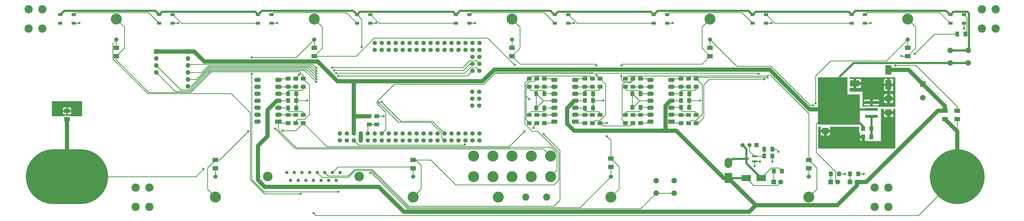
<source format=gbr>
%TF.GenerationSoftware,KiCad,Pcbnew,(5.1.6)-1*%
%TF.CreationDate,2021-05-10T16:49:00-07:00*%
%TF.ProjectId,NiCd Battery Shield - VP400KH,4e694364-2042-4617-9474-657279205368,1*%
%TF.SameCoordinates,Original*%
%TF.FileFunction,Copper,L1,Top*%
%TF.FilePolarity,Positive*%
%FSLAX46Y46*%
G04 Gerber Fmt 4.6, Leading zero omitted, Abs format (unit mm)*
G04 Created by KiCad (PCBNEW (5.1.6)-1) date 2021-05-10 16:49:00*
%MOMM*%
%LPD*%
G01*
G04 APERTURE LIST*
%TA.AperFunction,ComponentPad*%
%ADD10C,20.000000*%
%TD*%
%TA.AperFunction,ComponentPad*%
%ADD11C,0.500000*%
%TD*%
%TA.AperFunction,ComponentPad*%
%ADD12O,30.000000X20.000000*%
%TD*%
%TA.AperFunction,ComponentPad*%
%ADD13C,1.250000*%
%TD*%
%TA.AperFunction,ComponentPad*%
%ADD14C,3.500000*%
%TD*%
%TA.AperFunction,ComponentPad*%
%ADD15C,2.000000*%
%TD*%
%TA.AperFunction,ComponentPad*%
%ADD16R,2.000000X2.000000*%
%TD*%
%TA.AperFunction,ComponentPad*%
%ADD17C,1.524000*%
%TD*%
%TA.AperFunction,SMDPad,CuDef*%
%ADD18R,3.500000X2.300000*%
%TD*%
%TA.AperFunction,ComponentPad*%
%ADD19C,4.000000*%
%TD*%
%TA.AperFunction,ComponentPad*%
%ADD20C,2.600000*%
%TD*%
%TA.AperFunction,ComponentPad*%
%ADD21C,1.800000*%
%TD*%
%TA.AperFunction,ComponentPad*%
%ADD22R,1.800000X1.800000*%
%TD*%
%TA.AperFunction,SMDPad,CuDef*%
%ADD23R,1.500000X1.000000*%
%TD*%
%TA.AperFunction,SMDPad,CuDef*%
%ADD24R,2.000000X1.520000*%
%TD*%
%TA.AperFunction,ComponentPad*%
%ADD25O,1.700000X1.700000*%
%TD*%
%TA.AperFunction,ComponentPad*%
%ADD26R,1.700000X1.700000*%
%TD*%
%TA.AperFunction,ComponentPad*%
%ADD27O,2.700000X3.700000*%
%TD*%
%TA.AperFunction,SMDPad,CuDef*%
%ADD28R,1.900000X0.800000*%
%TD*%
%TA.AperFunction,ComponentPad*%
%ADD29O,2.400000X1.600000*%
%TD*%
%TA.AperFunction,ComponentPad*%
%ADD30R,2.400000X1.600000*%
%TD*%
%TA.AperFunction,ComponentPad*%
%ADD31C,1.600000*%
%TD*%
%TA.AperFunction,SMDPad,CuDef*%
%ADD32R,9.400000X10.800000*%
%TD*%
%TA.AperFunction,SMDPad,CuDef*%
%ADD33R,4.600000X1.100000*%
%TD*%
%TA.AperFunction,ComponentPad*%
%ADD34R,1.500000X1.500000*%
%TD*%
%TA.AperFunction,ComponentPad*%
%ADD35C,1.500000*%
%TD*%
%TA.AperFunction,SMDPad,CuDef*%
%ADD36R,2.300000X3.500000*%
%TD*%
%TA.AperFunction,ComponentPad*%
%ADD37C,3.000000*%
%TD*%
%TA.AperFunction,ViaPad*%
%ADD38C,0.800000*%
%TD*%
%TA.AperFunction,Conductor*%
%ADD39C,0.250000*%
%TD*%
%TA.AperFunction,Conductor*%
%ADD40C,1.500000*%
%TD*%
%TA.AperFunction,Conductor*%
%ADD41C,0.750000*%
%TD*%
%TA.AperFunction,Conductor*%
%ADD42C,0.254000*%
%TD*%
G04 APERTURE END LIST*
D10*
%TO.P,J1,1*%
%TO.N,BATTERY+*%
X382000000Y-185000000D03*
D11*
X382000000Y-178650000D03*
X379828172Y-179032952D03*
X377918299Y-180135618D03*
X376500739Y-181825000D03*
X375746471Y-183897334D03*
X375746471Y-186102666D03*
X376500739Y-188175000D03*
X377918299Y-189864382D03*
X379828172Y-190967048D03*
X382000000Y-191350000D03*
X384171828Y-190967048D03*
X386081701Y-189864382D03*
X387499261Y-188175000D03*
X388253529Y-186102666D03*
X388253529Y-183897334D03*
X387499261Y-181825000D03*
X386081701Y-180135618D03*
X384171828Y-179032952D03*
X382000000Y-177380000D03*
X379393807Y-177839542D03*
X377101958Y-179162741D03*
X375400886Y-181190000D03*
X374495765Y-183676801D03*
X374495765Y-186323199D03*
X375400886Y-188810000D03*
X377101958Y-190837259D03*
X379393807Y-192160458D03*
X382000000Y-192620000D03*
X384606193Y-192160458D03*
X386898042Y-190837259D03*
X388599114Y-188810000D03*
X389504235Y-186323199D03*
X389504235Y-183676801D03*
X388599114Y-181190000D03*
X386898042Y-179162741D03*
X384606193Y-177839542D03*
X382000000Y-176110000D03*
X378959441Y-176646133D03*
X376285618Y-178189865D03*
X374301034Y-180555000D03*
X373245059Y-183456268D03*
X373245059Y-186543732D03*
X374301034Y-189445000D03*
X376285618Y-191810135D03*
X378959441Y-193353867D03*
X382000000Y-193890000D03*
X385040559Y-193353867D03*
X387714382Y-191810135D03*
X389698966Y-189445000D03*
X390754941Y-186543732D03*
X390754941Y-183456268D03*
X389698966Y-180555000D03*
X387714382Y-178189865D03*
X385040559Y-176646133D03*
%TD*%
%TO.P,J12,1*%
%TO.N,BATTERY-*%
X58000000Y-193650000D03*
X58000000Y-191110000D03*
X60500000Y-192380000D03*
X60500000Y-191110000D03*
X60500000Y-193650000D03*
X58000000Y-192380000D03*
X55500000Y-193650000D03*
X55500000Y-191110000D03*
X55500000Y-192380000D03*
X58000000Y-178400000D03*
X58000000Y-177130000D03*
X58000000Y-175860000D03*
X60500000Y-178400000D03*
X60500000Y-175860000D03*
X60500000Y-177130000D03*
X55500000Y-178400000D03*
X55500000Y-177130000D03*
X55500000Y-175860000D03*
X68714382Y-191560135D03*
X63000000Y-191100000D03*
X63000000Y-178400000D03*
X65606193Y-177589542D03*
X63000000Y-192370000D03*
X69599114Y-188560000D03*
X66040559Y-176396133D03*
X68714382Y-177939865D03*
X70698966Y-180305000D03*
X63000000Y-177130000D03*
X63000000Y-193640000D03*
X70504235Y-183426801D03*
X68499261Y-187925000D03*
X65171828Y-178782952D03*
X71754941Y-183206268D03*
X70698966Y-189195000D03*
X66040559Y-193103867D03*
X63000000Y-175860000D03*
X67898042Y-178912741D03*
X69599114Y-180940000D03*
X70504235Y-186073199D03*
X67081701Y-189614382D03*
X68499261Y-181575000D03*
X67081701Y-179885618D03*
X65606193Y-191910458D03*
X65171828Y-190717048D03*
X67898042Y-190587259D03*
X69253529Y-183647334D03*
X71754941Y-186293732D03*
X69253529Y-185852666D03*
X47285618Y-191560135D03*
X44245059Y-186293732D03*
X46400886Y-188560000D03*
X53000000Y-191100000D03*
X46746471Y-183647334D03*
X53000000Y-178400000D03*
X46400886Y-180940000D03*
X48918299Y-189614382D03*
X53000000Y-192370000D03*
X53000000Y-177130000D03*
X53000000Y-193640000D03*
X50828172Y-178782952D03*
X50393807Y-177589542D03*
X50828172Y-190717048D03*
X49959441Y-193103867D03*
X45301034Y-189195000D03*
X45301034Y-180305000D03*
X45495765Y-183426801D03*
X47500739Y-181575000D03*
X47285618Y-177939865D03*
X47500739Y-187925000D03*
X49959441Y-176396133D03*
X53000000Y-175860000D03*
X48101958Y-178912741D03*
X50393807Y-191910458D03*
X48101958Y-190587259D03*
X46746471Y-185852666D03*
X48918299Y-179885618D03*
X44245059Y-183206268D03*
X45495765Y-186073199D03*
D12*
X58000000Y-185000000D03*
%TD*%
D13*
%TO.P,J6,15*%
%TO.N,Net-(J6-Pad15)*%
X156005000Y-186340000D03*
%TO.P,J6,14*%
%TO.N,Net-(J6-Pad14)*%
X153235000Y-186340000D03*
%TO.P,J6,13*%
%TO.N,Net-(J6-Pad13)*%
X150465000Y-186340000D03*
%TO.P,J6,12*%
%TO.N,Net-(J6-Pad12)*%
X147695000Y-186340000D03*
%TO.P,J6,11*%
%TO.N,BATTERY-*%
X144925000Y-186340000D03*
%TO.P,J6,10*%
%TO.N,Net-(F10-Pad1)*%
X142155000Y-186340000D03*
%TO.P,J6,9*%
%TO.N,Net-(F9-Pad1)*%
X139385000Y-186340000D03*
%TO.P,J6,8*%
%TO.N,Net-(F8-Pad1)*%
X157390000Y-183500000D03*
%TO.P,J6,7*%
%TO.N,Net-(F7-Pad1)*%
X154620000Y-183500000D03*
%TO.P,J6,6*%
%TO.N,Net-(F6-Pad1)*%
X151850000Y-183500000D03*
%TO.P,J6,5*%
%TO.N,Net-(F5-Pad1)*%
X149080000Y-183500000D03*
%TO.P,J6,4*%
%TO.N,Net-(F4-Pad1)*%
X146310000Y-183500000D03*
%TO.P,J6,3*%
%TO.N,Net-(F3-Pad1)*%
X143540000Y-183500000D03*
%TO.P,J6,2*%
%TO.N,Net-(F2-Pad1)*%
X140770000Y-183500000D03*
%TO.P,J6,1*%
%TO.N,BATTERY+*%
X138000000Y-183500000D03*
D14*
%TO.P,J6,*%
%TO.N,*%
X164345000Y-184920000D03*
X131045000Y-184920000D03*
%TD*%
D15*
%TO.P,C4,2*%
%TO.N,GND*%
X369500000Y-156250000D03*
D16*
%TO.P,C4,1*%
%TO.N,12VDC_BUS*%
X369500000Y-151250000D03*
%TD*%
D17*
%TO.P,J7,1*%
%TO.N,Net-(F6-Pad1)*%
X220000000Y-135000000D03*
%TD*%
D18*
%TO.P,D1,2*%
%TO.N,5V*%
X339300000Y-151000000D03*
%TO.P,D1,1*%
%TO.N,Net-(C5-Pad1)*%
X344700000Y-151000000D03*
%TD*%
D19*
%TO.P,TP19,1*%
%TO.N,/OP-AMPS/CELL10_FUSED*%
X76000000Y-127500000D03*
%TD*%
%TO.P,TP17,1*%
%TO.N,/OP-AMPS/CELL9_FUSED*%
X112000000Y-192500000D03*
%TD*%
%TO.P,TP14,1*%
%TO.N,/OP-AMPS/CELL8_FUSED*%
X148000000Y-127500000D03*
%TD*%
%TO.P,TP12,1*%
%TO.N,/OP-AMPS/CELL7_FUSED*%
X184000000Y-192500000D03*
%TD*%
%TO.P,TP10,1*%
%TO.N,/OP-AMPS/CELL6_FUSED*%
X220000000Y-127500000D03*
%TD*%
%TO.P,TP8,1*%
%TO.N,/OP-AMPS/CELL5_FUSED*%
X256000000Y-192500000D03*
%TD*%
%TO.P,TP6,1*%
%TO.N,/OP-AMPS/CELL4_FUSED*%
X292000000Y-127500000D03*
%TD*%
%TO.P,TP4,1*%
%TO.N,/OP-AMPS/CELL3_FUSED*%
X328000000Y-192500000D03*
%TD*%
%TO.P,TP2,1*%
%TO.N,/OP-AMPS/CELL2_FUSED*%
X364000000Y-127500000D03*
%TD*%
D20*
%TO.P,TP15,1*%
%TO.N,GND*%
X232620000Y-192500000D03*
X225000000Y-192500000D03*
%TD*%
D17*
%TO.P,J11,1*%
%TO.N,Net-(F10-Pad1)*%
X76000000Y-135000000D03*
%TD*%
%TO.P,J10,1*%
%TO.N,Net-(F9-Pad1)*%
X112000000Y-185000000D03*
%TD*%
%TO.P,J9,1*%
%TO.N,Net-(F8-Pad1)*%
X148000000Y-135000000D03*
%TD*%
%TO.P,J8,1*%
%TO.N,Net-(F7-Pad1)*%
X184000000Y-185000000D03*
%TD*%
%TO.P,J5,1*%
%TO.N,Net-(F5-Pad1)*%
X256000000Y-185000000D03*
%TD*%
%TO.P,J4,1*%
%TO.N,Net-(F4-Pad1)*%
X292000000Y-135000000D03*
%TD*%
%TO.P,J3,1*%
%TO.N,Net-(F3-Pad1)*%
X328000000Y-185000000D03*
%TD*%
%TO.P,J2,1*%
%TO.N,Net-(F2-Pad1)*%
X364000000Y-135000000D03*
%TD*%
D21*
%TO.P,D5,2*%
%TO.N,5V*%
X338540000Y-187000000D03*
D22*
%TO.P,D5,1*%
%TO.N,Net-(D5-Pad1)*%
X336000000Y-187000000D03*
%TD*%
D21*
%TO.P,D3,2*%
%TO.N,12VDC_BUS*%
X345540000Y-187000000D03*
D22*
%TO.P,D3,1*%
%TO.N,Net-(D3-Pad1)*%
X343000000Y-187000000D03*
%TD*%
%TO.P,R47,2*%
%TO.N,Net-(D6-Pad2)*%
%TA.AperFunction,SMDPad,CuDef*%
G36*
G01*
X317512500Y-183625000D02*
X317512500Y-182375000D01*
G75*
G02*
X317762500Y-182125000I250000J0D01*
G01*
X318687500Y-182125000D01*
G75*
G02*
X318937500Y-182375000I0J-250000D01*
G01*
X318937500Y-183625000D01*
G75*
G02*
X318687500Y-183875000I-250000J0D01*
G01*
X317762500Y-183875000D01*
G75*
G02*
X317512500Y-183625000I0J250000D01*
G01*
G37*
%TD.AperFunction*%
%TO.P,R47,1*%
%TO.N,Net-(D4-Pad1)*%
%TA.AperFunction,SMDPad,CuDef*%
G36*
G01*
X314537500Y-183625000D02*
X314537500Y-182375000D01*
G75*
G02*
X314787500Y-182125000I250000J0D01*
G01*
X315712500Y-182125000D01*
G75*
G02*
X315962500Y-182375000I0J-250000D01*
G01*
X315962500Y-183625000D01*
G75*
G02*
X315712500Y-183875000I-250000J0D01*
G01*
X314787500Y-183875000D01*
G75*
G02*
X314537500Y-183625000I0J250000D01*
G01*
G37*
%TD.AperFunction*%
%TD*%
D21*
%TO.P,D4,2*%
%TO.N,12VDC_BUS*%
X317790000Y-187000000D03*
D22*
%TO.P,D4,1*%
%TO.N,Net-(D4-Pad1)*%
X315250000Y-187000000D03*
%TD*%
%TO.P,C6,2*%
%TO.N,GND*%
%TA.AperFunction,SMDPad,CuDef*%
G36*
G01*
X333074999Y-167225000D02*
X334925001Y-167225000D01*
G75*
G02*
X335175000Y-167474999I0J-249999D01*
G01*
X335175000Y-169225001D01*
G75*
G02*
X334925001Y-169475000I-249999J0D01*
G01*
X333074999Y-169475000D01*
G75*
G02*
X332825000Y-169225001I0J249999D01*
G01*
X332825000Y-167474999D01*
G75*
G02*
X333074999Y-167225000I249999J0D01*
G01*
G37*
%TD.AperFunction*%
%TO.P,C6,1*%
%TO.N,5V*%
%TA.AperFunction,SMDPad,CuDef*%
G36*
G01*
X333074999Y-162125000D02*
X334925001Y-162125000D01*
G75*
G02*
X335175000Y-162374999I0J-249999D01*
G01*
X335175000Y-164125001D01*
G75*
G02*
X334925001Y-164375000I-249999J0D01*
G01*
X333074999Y-164375000D01*
G75*
G02*
X332825000Y-164125001I0J249999D01*
G01*
X332825000Y-162374999D01*
G75*
G02*
X333074999Y-162125000I249999J0D01*
G01*
G37*
%TD.AperFunction*%
%TD*%
%TO.P,C5,2*%
%TO.N,GND*%
%TA.AperFunction,SMDPad,CuDef*%
G36*
G01*
X356074999Y-160475000D02*
X357925001Y-160475000D01*
G75*
G02*
X358175000Y-160724999I0J-249999D01*
G01*
X358175000Y-162475001D01*
G75*
G02*
X357925001Y-162725000I-249999J0D01*
G01*
X356074999Y-162725000D01*
G75*
G02*
X355825000Y-162475001I0J249999D01*
G01*
X355825000Y-160724999D01*
G75*
G02*
X356074999Y-160475000I249999J0D01*
G01*
G37*
%TD.AperFunction*%
%TO.P,C5,1*%
%TO.N,Net-(C5-Pad1)*%
%TA.AperFunction,SMDPad,CuDef*%
G36*
G01*
X356074999Y-155375000D02*
X357925001Y-155375000D01*
G75*
G02*
X358175000Y-155624999I0J-249999D01*
G01*
X358175000Y-157375001D01*
G75*
G02*
X357925001Y-157625000I-249999J0D01*
G01*
X356074999Y-157625000D01*
G75*
G02*
X355825000Y-157375001I0J249999D01*
G01*
X355825000Y-155624999D01*
G75*
G02*
X356074999Y-155375000I249999J0D01*
G01*
G37*
%TD.AperFunction*%
%TD*%
%TO.P,C1,2*%
%TO.N,GND*%
%TA.AperFunction,SMDPad,CuDef*%
G36*
G01*
X283762500Y-157875000D02*
X283762500Y-156625000D01*
G75*
G02*
X284012500Y-156375000I250000J0D01*
G01*
X284937500Y-156375000D01*
G75*
G02*
X285187500Y-156625000I0J-250000D01*
G01*
X285187500Y-157875000D01*
G75*
G02*
X284937500Y-158125000I-250000J0D01*
G01*
X284012500Y-158125000D01*
G75*
G02*
X283762500Y-157875000I0J250000D01*
G01*
G37*
%TD.AperFunction*%
%TO.P,C1,1*%
%TO.N,12VDC_BUS*%
%TA.AperFunction,SMDPad,CuDef*%
G36*
G01*
X280787500Y-157875000D02*
X280787500Y-156625000D01*
G75*
G02*
X281037500Y-156375000I250000J0D01*
G01*
X281962500Y-156375000D01*
G75*
G02*
X282212500Y-156625000I0J-250000D01*
G01*
X282212500Y-157875000D01*
G75*
G02*
X281962500Y-158125000I-250000J0D01*
G01*
X281037500Y-158125000D01*
G75*
G02*
X280787500Y-157875000I0J250000D01*
G01*
G37*
%TD.AperFunction*%
%TD*%
%TO.P,C2,2*%
%TO.N,GND*%
%TA.AperFunction,SMDPad,CuDef*%
G36*
G01*
X248762500Y-157875000D02*
X248762500Y-156625000D01*
G75*
G02*
X249012500Y-156375000I250000J0D01*
G01*
X249937500Y-156375000D01*
G75*
G02*
X250187500Y-156625000I0J-250000D01*
G01*
X250187500Y-157875000D01*
G75*
G02*
X249937500Y-158125000I-250000J0D01*
G01*
X249012500Y-158125000D01*
G75*
G02*
X248762500Y-157875000I0J250000D01*
G01*
G37*
%TD.AperFunction*%
%TO.P,C2,1*%
%TO.N,12VDC_BUS*%
%TA.AperFunction,SMDPad,CuDef*%
G36*
G01*
X245787500Y-157875000D02*
X245787500Y-156625000D01*
G75*
G02*
X246037500Y-156375000I250000J0D01*
G01*
X246962500Y-156375000D01*
G75*
G02*
X247212500Y-156625000I0J-250000D01*
G01*
X247212500Y-157875000D01*
G75*
G02*
X246962500Y-158125000I-250000J0D01*
G01*
X246037500Y-158125000D01*
G75*
G02*
X245787500Y-157875000I0J250000D01*
G01*
G37*
%TD.AperFunction*%
%TD*%
%TO.P,C3,2*%
%TO.N,GND*%
%TA.AperFunction,SMDPad,CuDef*%
G36*
G01*
X140762500Y-157875000D02*
X140762500Y-156625000D01*
G75*
G02*
X141012500Y-156375000I250000J0D01*
G01*
X141937500Y-156375000D01*
G75*
G02*
X142187500Y-156625000I0J-250000D01*
G01*
X142187500Y-157875000D01*
G75*
G02*
X141937500Y-158125000I-250000J0D01*
G01*
X141012500Y-158125000D01*
G75*
G02*
X140762500Y-157875000I0J250000D01*
G01*
G37*
%TD.AperFunction*%
%TO.P,C3,1*%
%TO.N,12VDC_BUS*%
%TA.AperFunction,SMDPad,CuDef*%
G36*
G01*
X137787500Y-157875000D02*
X137787500Y-156625000D01*
G75*
G02*
X138037500Y-156375000I250000J0D01*
G01*
X138962500Y-156375000D01*
G75*
G02*
X139212500Y-156625000I0J-250000D01*
G01*
X139212500Y-157875000D01*
G75*
G02*
X138962500Y-158125000I-250000J0D01*
G01*
X138037500Y-158125000D01*
G75*
G02*
X137787500Y-157875000I0J250000D01*
G01*
G37*
%TD.AperFunction*%
%TD*%
D18*
%TO.P,D6,2*%
%TO.N,Net-(D6-Pad2)*%
X310650000Y-185500000D03*
%TO.P,D6,1*%
%TO.N,12VDC_BUS*%
X305250000Y-185500000D03*
%TD*%
D23*
%TO.P,D7,1*%
%TO.N,STATUS_CHECK*%
X379550000Y-125900000D03*
%TO.P,D7,2*%
%TO.N,Net-(D7-Pad2)*%
X379550000Y-129100000D03*
%TO.P,D7,4*%
%TO.N,Net-(D7-Pad4)*%
X384450000Y-125900000D03*
%TO.P,D7,3*%
%TO.N,GND*%
X384450000Y-129100000D03*
%TD*%
%TO.P,D8,1*%
%TO.N,STATUS_CHECK*%
X343550000Y-125900000D03*
%TO.P,D8,2*%
%TO.N,Net-(D8-Pad2)*%
X343550000Y-129100000D03*
%TO.P,D8,4*%
%TO.N,Net-(D7-Pad2)*%
X348450000Y-125900000D03*
%TO.P,D8,3*%
%TO.N,GND*%
X348450000Y-129100000D03*
%TD*%
%TO.P,D9,1*%
%TO.N,STATUS_CHECK*%
X307550000Y-125900000D03*
%TO.P,D9,2*%
%TO.N,Net-(D10-Pad4)*%
X307550000Y-129100000D03*
%TO.P,D9,4*%
%TO.N,Net-(D8-Pad2)*%
X312450000Y-125900000D03*
%TO.P,D9,3*%
%TO.N,GND*%
X312450000Y-129100000D03*
%TD*%
%TO.P,D10,1*%
%TO.N,STATUS_CHECK*%
X271550000Y-125900000D03*
%TO.P,D10,2*%
%TO.N,Net-(D10-Pad2)*%
X271550000Y-129100000D03*
%TO.P,D10,4*%
%TO.N,Net-(D10-Pad4)*%
X276450000Y-125900000D03*
%TO.P,D10,3*%
%TO.N,GND*%
X276450000Y-129100000D03*
%TD*%
%TO.P,D11,1*%
%TO.N,STATUS_CHECK*%
X235550000Y-125900000D03*
%TO.P,D11,2*%
%TO.N,Net-(D11-Pad2)*%
X235550000Y-129100000D03*
%TO.P,D11,4*%
%TO.N,Net-(D10-Pad2)*%
X240450000Y-125900000D03*
%TO.P,D11,3*%
%TO.N,GND*%
X240450000Y-129100000D03*
%TD*%
%TO.P,D12,1*%
%TO.N,STATUS_CHECK*%
X199550000Y-125900000D03*
%TO.P,D12,2*%
%TO.N,Net-(D12-Pad2)*%
X199550000Y-129100000D03*
%TO.P,D12,4*%
%TO.N,Net-(D11-Pad2)*%
X204450000Y-125900000D03*
%TO.P,D12,3*%
%TO.N,GND*%
X204450000Y-129100000D03*
%TD*%
%TO.P,D13,1*%
%TO.N,STATUS_CHECK*%
X163550000Y-125900000D03*
%TO.P,D13,2*%
%TO.N,Net-(D13-Pad2)*%
X163550000Y-129100000D03*
%TO.P,D13,4*%
%TO.N,Net-(D12-Pad2)*%
X168450000Y-125900000D03*
%TO.P,D13,3*%
%TO.N,GND*%
X168450000Y-129100000D03*
%TD*%
%TO.P,D14,1*%
%TO.N,STATUS_CHECK*%
X127550000Y-125900000D03*
%TO.P,D14,2*%
%TO.N,Net-(D14-Pad2)*%
X127550000Y-129100000D03*
%TO.P,D14,4*%
%TO.N,Net-(D13-Pad2)*%
X132450000Y-125900000D03*
%TO.P,D14,3*%
%TO.N,GND*%
X132450000Y-129100000D03*
%TD*%
%TO.P,D15,1*%
%TO.N,STATUS_CHECK*%
X91550000Y-125900000D03*
%TO.P,D15,2*%
%TO.N,Net-(D15-Pad2)*%
X91550000Y-129100000D03*
%TO.P,D15,4*%
%TO.N,Net-(D14-Pad2)*%
X96450000Y-125900000D03*
%TO.P,D15,3*%
%TO.N,GND*%
X96450000Y-129100000D03*
%TD*%
%TO.P,D16,1*%
%TO.N,STATUS_CHECK*%
X55550000Y-125900000D03*
%TO.P,D16,2*%
%TO.N,Net-(D16-Pad2)*%
X55550000Y-129100000D03*
%TO.P,D16,4*%
%TO.N,Net-(D15-Pad2)*%
X60450000Y-125900000D03*
%TO.P,D16,3*%
%TO.N,GND*%
X60450000Y-129100000D03*
%TD*%
D24*
%TO.P,F1,2*%
%TO.N,/OP-AMPS/CELL1_FUSED*%
X382000000Y-160960000D03*
%TO.P,F1,1*%
%TO.N,BATTERY+*%
X382000000Y-164000000D03*
%TD*%
%TO.P,F2,2*%
%TO.N,/OP-AMPS/CELL2_FUSED*%
X364000000Y-141040000D03*
%TO.P,F2,1*%
%TO.N,Net-(F2-Pad1)*%
X364000000Y-138000000D03*
%TD*%
%TO.P,F3,2*%
%TO.N,/OP-AMPS/CELL3_FUSED*%
X328000000Y-178960000D03*
%TO.P,F3,1*%
%TO.N,Net-(F3-Pad1)*%
X328000000Y-182000000D03*
%TD*%
%TO.P,F4,2*%
%TO.N,/OP-AMPS/CELL4_FUSED*%
X292000000Y-141040000D03*
%TO.P,F4,1*%
%TO.N,Net-(F4-Pad1)*%
X292000000Y-138000000D03*
%TD*%
%TO.P,F5,2*%
%TO.N,/OP-AMPS/CELL5_FUSED*%
X256000000Y-178460000D03*
%TO.P,F5,1*%
%TO.N,Net-(F5-Pad1)*%
X256000000Y-181500000D03*
%TD*%
%TO.P,F12,2*%
%TO.N,12VDC_BUS*%
X377500000Y-160960000D03*
%TO.P,F12,1*%
%TO.N,BATTERY+*%
X377500000Y-164000000D03*
%TD*%
D25*
%TO.P,J14,4*%
%TO.N,SCL*%
X90500000Y-147045001D03*
%TO.P,J14,3*%
%TO.N,SDA*%
X90500000Y-144505001D03*
%TO.P,J14,2*%
%TO.N,GND*%
X90500000Y-141965001D03*
D26*
%TO.P,J14,1*%
%TO.N,5V*%
X90500000Y-139425001D03*
%TD*%
D27*
%TO.P,J13,2*%
%TO.N,Net-(D6-Pad2)*%
X298750000Y-180000000D03*
%TO.P,J13,1*%
%TO.N,12VDC_BUS*%
%TA.AperFunction,ComponentPad*%
G36*
G01*
X300100000Y-183900001D02*
X300100000Y-187099999D01*
G75*
G02*
X299849999Y-187350000I-250001J0D01*
G01*
X297650001Y-187350000D01*
G75*
G02*
X297400000Y-187099999I0J250001D01*
G01*
X297400000Y-183900001D01*
G75*
G02*
X297650001Y-183650000I250001J0D01*
G01*
X299849999Y-183650000D01*
G75*
G02*
X300100000Y-183900001I0J-250001D01*
G01*
G37*
%TD.AperFunction*%
%TD*%
D25*
%TO.P,J15,6*%
%TO.N,CS*%
X102000000Y-152125001D03*
%TO.P,J15,5*%
%TO.N,SCK*%
X102000000Y-149585001D03*
%TO.P,J15,4*%
%TO.N,MOSI*%
X102000000Y-147045001D03*
%TO.P,J15,3*%
%TO.N,MISO*%
X102000000Y-144505001D03*
%TO.P,J15,2*%
%TO.N,GND*%
X102000000Y-141965001D03*
D26*
%TO.P,J15,1*%
%TO.N,5V*%
X102000000Y-139425001D03*
%TD*%
D28*
%TO.P,Q1,3*%
%TO.N,Net-(D6-Pad2)*%
X305250000Y-178500000D03*
%TO.P,Q1,2*%
%TO.N,Net-(Q1-Pad2)*%
X308250000Y-177550000D03*
%TO.P,Q1,1*%
%TO.N,GND*%
X308250000Y-179450000D03*
%TD*%
%TO.P,R1,2*%
%TO.N,GND*%
%TA.AperFunction,SMDPad,CuDef*%
G36*
G01*
X283762500Y-160375000D02*
X283762500Y-159125000D01*
G75*
G02*
X284012500Y-158875000I250000J0D01*
G01*
X284937500Y-158875000D01*
G75*
G02*
X285187500Y-159125000I0J-250000D01*
G01*
X285187500Y-160375000D01*
G75*
G02*
X284937500Y-160625000I-250000J0D01*
G01*
X284012500Y-160625000D01*
G75*
G02*
X283762500Y-160375000I0J250000D01*
G01*
G37*
%TD.AperFunction*%
%TO.P,R1,1*%
%TO.N,Net-(R1-Pad1)*%
%TA.AperFunction,SMDPad,CuDef*%
G36*
G01*
X280787500Y-160375000D02*
X280787500Y-159125000D01*
G75*
G02*
X281037500Y-158875000I250000J0D01*
G01*
X281962500Y-158875000D01*
G75*
G02*
X282212500Y-159125000I0J-250000D01*
G01*
X282212500Y-160375000D01*
G75*
G02*
X281962500Y-160625000I-250000J0D01*
G01*
X281037500Y-160625000D01*
G75*
G02*
X280787500Y-160375000I0J250000D01*
G01*
G37*
%TD.AperFunction*%
%TD*%
%TO.P,R2,2*%
%TO.N,Net-(R1-Pad1)*%
%TA.AperFunction,SMDPad,CuDef*%
G36*
G01*
X287625000Y-163212500D02*
X286375000Y-163212500D01*
G75*
G02*
X286125000Y-162962500I0J250000D01*
G01*
X286125000Y-162037500D01*
G75*
G02*
X286375000Y-161787500I250000J0D01*
G01*
X287625000Y-161787500D01*
G75*
G02*
X287875000Y-162037500I0J-250000D01*
G01*
X287875000Y-162962500D01*
G75*
G02*
X287625000Y-163212500I-250000J0D01*
G01*
G37*
%TD.AperFunction*%
%TO.P,R2,1*%
%TO.N,/OP-AMPS/CELL1_FUSED*%
%TA.AperFunction,SMDPad,CuDef*%
G36*
G01*
X287625000Y-166187500D02*
X286375000Y-166187500D01*
G75*
G02*
X286125000Y-165937500I0J250000D01*
G01*
X286125000Y-165012500D01*
G75*
G02*
X286375000Y-164762500I250000J0D01*
G01*
X287625000Y-164762500D01*
G75*
G02*
X287875000Y-165012500I0J-250000D01*
G01*
X287875000Y-165937500D01*
G75*
G02*
X287625000Y-166187500I-250000J0D01*
G01*
G37*
%TD.AperFunction*%
%TD*%
%TO.P,R3,2*%
%TO.N,Net-(R3-Pad2)*%
%TA.AperFunction,SMDPad,CuDef*%
G36*
G01*
X284875000Y-163212500D02*
X283625000Y-163212500D01*
G75*
G02*
X283375000Y-162962500I0J250000D01*
G01*
X283375000Y-162037500D01*
G75*
G02*
X283625000Y-161787500I250000J0D01*
G01*
X284875000Y-161787500D01*
G75*
G02*
X285125000Y-162037500I0J-250000D01*
G01*
X285125000Y-162962500D01*
G75*
G02*
X284875000Y-163212500I-250000J0D01*
G01*
G37*
%TD.AperFunction*%
%TO.P,R3,1*%
%TO.N,/OP-AMPS/CELL2_FUSED*%
%TA.AperFunction,SMDPad,CuDef*%
G36*
G01*
X284875000Y-166187500D02*
X283625000Y-166187500D01*
G75*
G02*
X283375000Y-165937500I0J250000D01*
G01*
X283375000Y-165012500D01*
G75*
G02*
X283625000Y-164762500I250000J0D01*
G01*
X284875000Y-164762500D01*
G75*
G02*
X285125000Y-165012500I0J-250000D01*
G01*
X285125000Y-165937500D01*
G75*
G02*
X284875000Y-166187500I-250000J0D01*
G01*
G37*
%TD.AperFunction*%
%TD*%
%TO.P,R4,2*%
%TO.N,A0*%
%TA.AperFunction,SMDPad,CuDef*%
G36*
G01*
X280875000Y-164787500D02*
X282125000Y-164787500D01*
G75*
G02*
X282375000Y-165037500I0J-250000D01*
G01*
X282375000Y-165962500D01*
G75*
G02*
X282125000Y-166212500I-250000J0D01*
G01*
X280875000Y-166212500D01*
G75*
G02*
X280625000Y-165962500I0J250000D01*
G01*
X280625000Y-165037500D01*
G75*
G02*
X280875000Y-164787500I250000J0D01*
G01*
G37*
%TD.AperFunction*%
%TO.P,R4,1*%
%TO.N,Net-(R3-Pad2)*%
%TA.AperFunction,SMDPad,CuDef*%
G36*
G01*
X280875000Y-161812500D02*
X282125000Y-161812500D01*
G75*
G02*
X282375000Y-162062500I0J-250000D01*
G01*
X282375000Y-162987500D01*
G75*
G02*
X282125000Y-163237500I-250000J0D01*
G01*
X280875000Y-163237500D01*
G75*
G02*
X280625000Y-162987500I0J250000D01*
G01*
X280625000Y-162062500D01*
G75*
G02*
X280875000Y-161812500I250000J0D01*
G01*
G37*
%TD.AperFunction*%
%TD*%
%TO.P,R5,2*%
%TO.N,GND*%
%TA.AperFunction,SMDPad,CuDef*%
G36*
G01*
X283787500Y-155375000D02*
X283787500Y-154125000D01*
G75*
G02*
X284037500Y-153875000I250000J0D01*
G01*
X284962500Y-153875000D01*
G75*
G02*
X285212500Y-154125000I0J-250000D01*
G01*
X285212500Y-155375000D01*
G75*
G02*
X284962500Y-155625000I-250000J0D01*
G01*
X284037500Y-155625000D01*
G75*
G02*
X283787500Y-155375000I0J250000D01*
G01*
G37*
%TD.AperFunction*%
%TO.P,R5,1*%
%TO.N,Net-(R5-Pad1)*%
%TA.AperFunction,SMDPad,CuDef*%
G36*
G01*
X280812500Y-155375000D02*
X280812500Y-154125000D01*
G75*
G02*
X281062500Y-153875000I250000J0D01*
G01*
X281987500Y-153875000D01*
G75*
G02*
X282237500Y-154125000I0J-250000D01*
G01*
X282237500Y-155375000D01*
G75*
G02*
X281987500Y-155625000I-250000J0D01*
G01*
X281062500Y-155625000D01*
G75*
G02*
X280812500Y-155375000I0J250000D01*
G01*
G37*
%TD.AperFunction*%
%TD*%
%TO.P,R6,2*%
%TO.N,Net-(R5-Pad1)*%
%TA.AperFunction,SMDPad,CuDef*%
G36*
G01*
X286375000Y-151537500D02*
X287625000Y-151537500D01*
G75*
G02*
X287875000Y-151787500I0J-250000D01*
G01*
X287875000Y-152712500D01*
G75*
G02*
X287625000Y-152962500I-250000J0D01*
G01*
X286375000Y-152962500D01*
G75*
G02*
X286125000Y-152712500I0J250000D01*
G01*
X286125000Y-151787500D01*
G75*
G02*
X286375000Y-151537500I250000J0D01*
G01*
G37*
%TD.AperFunction*%
%TO.P,R6,1*%
%TO.N,/OP-AMPS/CELL2_FUSED*%
%TA.AperFunction,SMDPad,CuDef*%
G36*
G01*
X286375000Y-148562500D02*
X287625000Y-148562500D01*
G75*
G02*
X287875000Y-148812500I0J-250000D01*
G01*
X287875000Y-149737500D01*
G75*
G02*
X287625000Y-149987500I-250000J0D01*
G01*
X286375000Y-149987500D01*
G75*
G02*
X286125000Y-149737500I0J250000D01*
G01*
X286125000Y-148812500D01*
G75*
G02*
X286375000Y-148562500I250000J0D01*
G01*
G37*
%TD.AperFunction*%
%TD*%
%TO.P,R7,2*%
%TO.N,Net-(R7-Pad2)*%
%TA.AperFunction,SMDPad,CuDef*%
G36*
G01*
X283625000Y-151537500D02*
X284875000Y-151537500D01*
G75*
G02*
X285125000Y-151787500I0J-250000D01*
G01*
X285125000Y-152712500D01*
G75*
G02*
X284875000Y-152962500I-250000J0D01*
G01*
X283625000Y-152962500D01*
G75*
G02*
X283375000Y-152712500I0J250000D01*
G01*
X283375000Y-151787500D01*
G75*
G02*
X283625000Y-151537500I250000J0D01*
G01*
G37*
%TD.AperFunction*%
%TO.P,R7,1*%
%TO.N,/OP-AMPS/CELL3_FUSED*%
%TA.AperFunction,SMDPad,CuDef*%
G36*
G01*
X283625000Y-148562500D02*
X284875000Y-148562500D01*
G75*
G02*
X285125000Y-148812500I0J-250000D01*
G01*
X285125000Y-149737500D01*
G75*
G02*
X284875000Y-149987500I-250000J0D01*
G01*
X283625000Y-149987500D01*
G75*
G02*
X283375000Y-149737500I0J250000D01*
G01*
X283375000Y-148812500D01*
G75*
G02*
X283625000Y-148562500I250000J0D01*
G01*
G37*
%TD.AperFunction*%
%TD*%
%TO.P,R8,2*%
%TO.N,A1*%
%TA.AperFunction,SMDPad,CuDef*%
G36*
G01*
X282125000Y-149987500D02*
X280875000Y-149987500D01*
G75*
G02*
X280625000Y-149737500I0J250000D01*
G01*
X280625000Y-148812500D01*
G75*
G02*
X280875000Y-148562500I250000J0D01*
G01*
X282125000Y-148562500D01*
G75*
G02*
X282375000Y-148812500I0J-250000D01*
G01*
X282375000Y-149737500D01*
G75*
G02*
X282125000Y-149987500I-250000J0D01*
G01*
G37*
%TD.AperFunction*%
%TO.P,R8,1*%
%TO.N,Net-(R7-Pad2)*%
%TA.AperFunction,SMDPad,CuDef*%
G36*
G01*
X282125000Y-152962500D02*
X280875000Y-152962500D01*
G75*
G02*
X280625000Y-152712500I0J250000D01*
G01*
X280625000Y-151787500D01*
G75*
G02*
X280875000Y-151537500I250000J0D01*
G01*
X282125000Y-151537500D01*
G75*
G02*
X282375000Y-151787500I0J-250000D01*
G01*
X282375000Y-152712500D01*
G75*
G02*
X282125000Y-152962500I-250000J0D01*
G01*
G37*
%TD.AperFunction*%
%TD*%
%TO.P,R9,2*%
%TO.N,GND*%
%TA.AperFunction,SMDPad,CuDef*%
G36*
G01*
X264487500Y-154125000D02*
X264487500Y-155375000D01*
G75*
G02*
X264237500Y-155625000I-250000J0D01*
G01*
X263312500Y-155625000D01*
G75*
G02*
X263062500Y-155375000I0J250000D01*
G01*
X263062500Y-154125000D01*
G75*
G02*
X263312500Y-153875000I250000J0D01*
G01*
X264237500Y-153875000D01*
G75*
G02*
X264487500Y-154125000I0J-250000D01*
G01*
G37*
%TD.AperFunction*%
%TO.P,R9,1*%
%TO.N,Net-(R10-Pad2)*%
%TA.AperFunction,SMDPad,CuDef*%
G36*
G01*
X267462500Y-154125000D02*
X267462500Y-155375000D01*
G75*
G02*
X267212500Y-155625000I-250000J0D01*
G01*
X266287500Y-155625000D01*
G75*
G02*
X266037500Y-155375000I0J250000D01*
G01*
X266037500Y-154125000D01*
G75*
G02*
X266287500Y-153875000I250000J0D01*
G01*
X267212500Y-153875000D01*
G75*
G02*
X267462500Y-154125000I0J-250000D01*
G01*
G37*
%TD.AperFunction*%
%TD*%
%TO.P,R10,2*%
%TO.N,Net-(R10-Pad2)*%
%TA.AperFunction,SMDPad,CuDef*%
G36*
G01*
X260625000Y-151537500D02*
X261875000Y-151537500D01*
G75*
G02*
X262125000Y-151787500I0J-250000D01*
G01*
X262125000Y-152712500D01*
G75*
G02*
X261875000Y-152962500I-250000J0D01*
G01*
X260625000Y-152962500D01*
G75*
G02*
X260375000Y-152712500I0J250000D01*
G01*
X260375000Y-151787500D01*
G75*
G02*
X260625000Y-151537500I250000J0D01*
G01*
G37*
%TD.AperFunction*%
%TO.P,R10,1*%
%TO.N,/OP-AMPS/CELL3_FUSED*%
%TA.AperFunction,SMDPad,CuDef*%
G36*
G01*
X260625000Y-148562500D02*
X261875000Y-148562500D01*
G75*
G02*
X262125000Y-148812500I0J-250000D01*
G01*
X262125000Y-149737500D01*
G75*
G02*
X261875000Y-149987500I-250000J0D01*
G01*
X260625000Y-149987500D01*
G75*
G02*
X260375000Y-149737500I0J250000D01*
G01*
X260375000Y-148812500D01*
G75*
G02*
X260625000Y-148562500I250000J0D01*
G01*
G37*
%TD.AperFunction*%
%TD*%
%TO.P,R11,2*%
%TO.N,Net-(R11-Pad2)*%
%TA.AperFunction,SMDPad,CuDef*%
G36*
G01*
X263375000Y-151537500D02*
X264625000Y-151537500D01*
G75*
G02*
X264875000Y-151787500I0J-250000D01*
G01*
X264875000Y-152712500D01*
G75*
G02*
X264625000Y-152962500I-250000J0D01*
G01*
X263375000Y-152962500D01*
G75*
G02*
X263125000Y-152712500I0J250000D01*
G01*
X263125000Y-151787500D01*
G75*
G02*
X263375000Y-151537500I250000J0D01*
G01*
G37*
%TD.AperFunction*%
%TO.P,R11,1*%
%TO.N,/OP-AMPS/CELL4_FUSED*%
%TA.AperFunction,SMDPad,CuDef*%
G36*
G01*
X263375000Y-148562500D02*
X264625000Y-148562500D01*
G75*
G02*
X264875000Y-148812500I0J-250000D01*
G01*
X264875000Y-149737500D01*
G75*
G02*
X264625000Y-149987500I-250000J0D01*
G01*
X263375000Y-149987500D01*
G75*
G02*
X263125000Y-149737500I0J250000D01*
G01*
X263125000Y-148812500D01*
G75*
G02*
X263375000Y-148562500I250000J0D01*
G01*
G37*
%TD.AperFunction*%
%TD*%
%TO.P,R12,2*%
%TO.N,A2*%
%TA.AperFunction,SMDPad,CuDef*%
G36*
G01*
X267375000Y-149987500D02*
X266125000Y-149987500D01*
G75*
G02*
X265875000Y-149737500I0J250000D01*
G01*
X265875000Y-148812500D01*
G75*
G02*
X266125000Y-148562500I250000J0D01*
G01*
X267375000Y-148562500D01*
G75*
G02*
X267625000Y-148812500I0J-250000D01*
G01*
X267625000Y-149737500D01*
G75*
G02*
X267375000Y-149987500I-250000J0D01*
G01*
G37*
%TD.AperFunction*%
%TO.P,R12,1*%
%TO.N,Net-(R11-Pad2)*%
%TA.AperFunction,SMDPad,CuDef*%
G36*
G01*
X267375000Y-152962500D02*
X266125000Y-152962500D01*
G75*
G02*
X265875000Y-152712500I0J250000D01*
G01*
X265875000Y-151787500D01*
G75*
G02*
X266125000Y-151537500I250000J0D01*
G01*
X267375000Y-151537500D01*
G75*
G02*
X267625000Y-151787500I0J-250000D01*
G01*
X267625000Y-152712500D01*
G75*
G02*
X267375000Y-152962500I-250000J0D01*
G01*
G37*
%TD.AperFunction*%
%TD*%
%TO.P,R13,2*%
%TO.N,GND*%
%TA.AperFunction,SMDPad,CuDef*%
G36*
G01*
X264487500Y-159125000D02*
X264487500Y-160375000D01*
G75*
G02*
X264237500Y-160625000I-250000J0D01*
G01*
X263312500Y-160625000D01*
G75*
G02*
X263062500Y-160375000I0J250000D01*
G01*
X263062500Y-159125000D01*
G75*
G02*
X263312500Y-158875000I250000J0D01*
G01*
X264237500Y-158875000D01*
G75*
G02*
X264487500Y-159125000I0J-250000D01*
G01*
G37*
%TD.AperFunction*%
%TO.P,R13,1*%
%TO.N,Net-(R13-Pad1)*%
%TA.AperFunction,SMDPad,CuDef*%
G36*
G01*
X267462500Y-159125000D02*
X267462500Y-160375000D01*
G75*
G02*
X267212500Y-160625000I-250000J0D01*
G01*
X266287500Y-160625000D01*
G75*
G02*
X266037500Y-160375000I0J250000D01*
G01*
X266037500Y-159125000D01*
G75*
G02*
X266287500Y-158875000I250000J0D01*
G01*
X267212500Y-158875000D01*
G75*
G02*
X267462500Y-159125000I0J-250000D01*
G01*
G37*
%TD.AperFunction*%
%TD*%
%TO.P,R14,2*%
%TO.N,Net-(R13-Pad1)*%
%TA.AperFunction,SMDPad,CuDef*%
G36*
G01*
X261875000Y-163212500D02*
X260625000Y-163212500D01*
G75*
G02*
X260375000Y-162962500I0J250000D01*
G01*
X260375000Y-162037500D01*
G75*
G02*
X260625000Y-161787500I250000J0D01*
G01*
X261875000Y-161787500D01*
G75*
G02*
X262125000Y-162037500I0J-250000D01*
G01*
X262125000Y-162962500D01*
G75*
G02*
X261875000Y-163212500I-250000J0D01*
G01*
G37*
%TD.AperFunction*%
%TO.P,R14,1*%
%TO.N,/OP-AMPS/CELL4_FUSED*%
%TA.AperFunction,SMDPad,CuDef*%
G36*
G01*
X261875000Y-166187500D02*
X260625000Y-166187500D01*
G75*
G02*
X260375000Y-165937500I0J250000D01*
G01*
X260375000Y-165012500D01*
G75*
G02*
X260625000Y-164762500I250000J0D01*
G01*
X261875000Y-164762500D01*
G75*
G02*
X262125000Y-165012500I0J-250000D01*
G01*
X262125000Y-165937500D01*
G75*
G02*
X261875000Y-166187500I-250000J0D01*
G01*
G37*
%TD.AperFunction*%
%TD*%
%TO.P,R15,2*%
%TO.N,Net-(R15-Pad2)*%
%TA.AperFunction,SMDPad,CuDef*%
G36*
G01*
X264625000Y-163212500D02*
X263375000Y-163212500D01*
G75*
G02*
X263125000Y-162962500I0J250000D01*
G01*
X263125000Y-162037500D01*
G75*
G02*
X263375000Y-161787500I250000J0D01*
G01*
X264625000Y-161787500D01*
G75*
G02*
X264875000Y-162037500I0J-250000D01*
G01*
X264875000Y-162962500D01*
G75*
G02*
X264625000Y-163212500I-250000J0D01*
G01*
G37*
%TD.AperFunction*%
%TO.P,R15,1*%
%TO.N,/OP-AMPS/CELL5_FUSED*%
%TA.AperFunction,SMDPad,CuDef*%
G36*
G01*
X264625000Y-166187500D02*
X263375000Y-166187500D01*
G75*
G02*
X263125000Y-165937500I0J250000D01*
G01*
X263125000Y-165012500D01*
G75*
G02*
X263375000Y-164762500I250000J0D01*
G01*
X264625000Y-164762500D01*
G75*
G02*
X264875000Y-165012500I0J-250000D01*
G01*
X264875000Y-165937500D01*
G75*
G02*
X264625000Y-166187500I-250000J0D01*
G01*
G37*
%TD.AperFunction*%
%TD*%
%TO.P,R16,2*%
%TO.N,A3*%
%TA.AperFunction,SMDPad,CuDef*%
G36*
G01*
X266125000Y-164762500D02*
X267375000Y-164762500D01*
G75*
G02*
X267625000Y-165012500I0J-250000D01*
G01*
X267625000Y-165937500D01*
G75*
G02*
X267375000Y-166187500I-250000J0D01*
G01*
X266125000Y-166187500D01*
G75*
G02*
X265875000Y-165937500I0J250000D01*
G01*
X265875000Y-165012500D01*
G75*
G02*
X266125000Y-164762500I250000J0D01*
G01*
G37*
%TD.AperFunction*%
%TO.P,R16,1*%
%TO.N,Net-(R15-Pad2)*%
%TA.AperFunction,SMDPad,CuDef*%
G36*
G01*
X266125000Y-161787500D02*
X267375000Y-161787500D01*
G75*
G02*
X267625000Y-162037500I0J-250000D01*
G01*
X267625000Y-162962500D01*
G75*
G02*
X267375000Y-163212500I-250000J0D01*
G01*
X266125000Y-163212500D01*
G75*
G02*
X265875000Y-162962500I0J250000D01*
G01*
X265875000Y-162037500D01*
G75*
G02*
X266125000Y-161787500I250000J0D01*
G01*
G37*
%TD.AperFunction*%
%TD*%
%TO.P,R17,2*%
%TO.N,GND*%
%TA.AperFunction,SMDPad,CuDef*%
G36*
G01*
X248762500Y-160625000D02*
X248762500Y-159375000D01*
G75*
G02*
X249012500Y-159125000I250000J0D01*
G01*
X249937500Y-159125000D01*
G75*
G02*
X250187500Y-159375000I0J-250000D01*
G01*
X250187500Y-160625000D01*
G75*
G02*
X249937500Y-160875000I-250000J0D01*
G01*
X249012500Y-160875000D01*
G75*
G02*
X248762500Y-160625000I0J250000D01*
G01*
G37*
%TD.AperFunction*%
%TO.P,R17,1*%
%TO.N,Net-(R17-Pad1)*%
%TA.AperFunction,SMDPad,CuDef*%
G36*
G01*
X245787500Y-160625000D02*
X245787500Y-159375000D01*
G75*
G02*
X246037500Y-159125000I250000J0D01*
G01*
X246962500Y-159125000D01*
G75*
G02*
X247212500Y-159375000I0J-250000D01*
G01*
X247212500Y-160625000D01*
G75*
G02*
X246962500Y-160875000I-250000J0D01*
G01*
X246037500Y-160875000D01*
G75*
G02*
X245787500Y-160625000I0J250000D01*
G01*
G37*
%TD.AperFunction*%
%TD*%
%TO.P,R18,2*%
%TO.N,Net-(R17-Pad1)*%
%TA.AperFunction,SMDPad,CuDef*%
G36*
G01*
X252625000Y-163212500D02*
X251375000Y-163212500D01*
G75*
G02*
X251125000Y-162962500I0J250000D01*
G01*
X251125000Y-162037500D01*
G75*
G02*
X251375000Y-161787500I250000J0D01*
G01*
X252625000Y-161787500D01*
G75*
G02*
X252875000Y-162037500I0J-250000D01*
G01*
X252875000Y-162962500D01*
G75*
G02*
X252625000Y-163212500I-250000J0D01*
G01*
G37*
%TD.AperFunction*%
%TO.P,R18,1*%
%TO.N,/OP-AMPS/CELL5_FUSED*%
%TA.AperFunction,SMDPad,CuDef*%
G36*
G01*
X252625000Y-166187500D02*
X251375000Y-166187500D01*
G75*
G02*
X251125000Y-165937500I0J250000D01*
G01*
X251125000Y-165012500D01*
G75*
G02*
X251375000Y-164762500I250000J0D01*
G01*
X252625000Y-164762500D01*
G75*
G02*
X252875000Y-165012500I0J-250000D01*
G01*
X252875000Y-165937500D01*
G75*
G02*
X252625000Y-166187500I-250000J0D01*
G01*
G37*
%TD.AperFunction*%
%TD*%
%TO.P,R19,2*%
%TO.N,Net-(R19-Pad2)*%
%TA.AperFunction,SMDPad,CuDef*%
G36*
G01*
X249875000Y-163212500D02*
X248625000Y-163212500D01*
G75*
G02*
X248375000Y-162962500I0J250000D01*
G01*
X248375000Y-162037500D01*
G75*
G02*
X248625000Y-161787500I250000J0D01*
G01*
X249875000Y-161787500D01*
G75*
G02*
X250125000Y-162037500I0J-250000D01*
G01*
X250125000Y-162962500D01*
G75*
G02*
X249875000Y-163212500I-250000J0D01*
G01*
G37*
%TD.AperFunction*%
%TO.P,R19,1*%
%TO.N,/OP-AMPS/CELL6_FUSED*%
%TA.AperFunction,SMDPad,CuDef*%
G36*
G01*
X249875000Y-166187500D02*
X248625000Y-166187500D01*
G75*
G02*
X248375000Y-165937500I0J250000D01*
G01*
X248375000Y-165012500D01*
G75*
G02*
X248625000Y-164762500I250000J0D01*
G01*
X249875000Y-164762500D01*
G75*
G02*
X250125000Y-165012500I0J-250000D01*
G01*
X250125000Y-165937500D01*
G75*
G02*
X249875000Y-166187500I-250000J0D01*
G01*
G37*
%TD.AperFunction*%
%TD*%
%TO.P,R20,2*%
%TO.N,A4*%
%TA.AperFunction,SMDPad,CuDef*%
G36*
G01*
X245875000Y-164762500D02*
X247125000Y-164762500D01*
G75*
G02*
X247375000Y-165012500I0J-250000D01*
G01*
X247375000Y-165937500D01*
G75*
G02*
X247125000Y-166187500I-250000J0D01*
G01*
X245875000Y-166187500D01*
G75*
G02*
X245625000Y-165937500I0J250000D01*
G01*
X245625000Y-165012500D01*
G75*
G02*
X245875000Y-164762500I250000J0D01*
G01*
G37*
%TD.AperFunction*%
%TO.P,R20,1*%
%TO.N,Net-(R19-Pad2)*%
%TA.AperFunction,SMDPad,CuDef*%
G36*
G01*
X245875000Y-161787500D02*
X247125000Y-161787500D01*
G75*
G02*
X247375000Y-162037500I0J-250000D01*
G01*
X247375000Y-162962500D01*
G75*
G02*
X247125000Y-163212500I-250000J0D01*
G01*
X245875000Y-163212500D01*
G75*
G02*
X245625000Y-162962500I0J250000D01*
G01*
X245625000Y-162037500D01*
G75*
G02*
X245875000Y-161787500I250000J0D01*
G01*
G37*
%TD.AperFunction*%
%TD*%
%TO.P,R21,2*%
%TO.N,GND*%
%TA.AperFunction,SMDPad,CuDef*%
G36*
G01*
X248762500Y-155375000D02*
X248762500Y-154125000D01*
G75*
G02*
X249012500Y-153875000I250000J0D01*
G01*
X249937500Y-153875000D01*
G75*
G02*
X250187500Y-154125000I0J-250000D01*
G01*
X250187500Y-155375000D01*
G75*
G02*
X249937500Y-155625000I-250000J0D01*
G01*
X249012500Y-155625000D01*
G75*
G02*
X248762500Y-155375000I0J250000D01*
G01*
G37*
%TD.AperFunction*%
%TO.P,R21,1*%
%TO.N,Net-(R21-Pad1)*%
%TA.AperFunction,SMDPad,CuDef*%
G36*
G01*
X245787500Y-155375000D02*
X245787500Y-154125000D01*
G75*
G02*
X246037500Y-153875000I250000J0D01*
G01*
X246962500Y-153875000D01*
G75*
G02*
X247212500Y-154125000I0J-250000D01*
G01*
X247212500Y-155375000D01*
G75*
G02*
X246962500Y-155625000I-250000J0D01*
G01*
X246037500Y-155625000D01*
G75*
G02*
X245787500Y-155375000I0J250000D01*
G01*
G37*
%TD.AperFunction*%
%TD*%
%TO.P,R22,2*%
%TO.N,Net-(R21-Pad1)*%
%TA.AperFunction,SMDPad,CuDef*%
G36*
G01*
X251375000Y-151537500D02*
X252625000Y-151537500D01*
G75*
G02*
X252875000Y-151787500I0J-250000D01*
G01*
X252875000Y-152712500D01*
G75*
G02*
X252625000Y-152962500I-250000J0D01*
G01*
X251375000Y-152962500D01*
G75*
G02*
X251125000Y-152712500I0J250000D01*
G01*
X251125000Y-151787500D01*
G75*
G02*
X251375000Y-151537500I250000J0D01*
G01*
G37*
%TD.AperFunction*%
%TO.P,R22,1*%
%TO.N,/OP-AMPS/CELL6_FUSED*%
%TA.AperFunction,SMDPad,CuDef*%
G36*
G01*
X251375000Y-148562500D02*
X252625000Y-148562500D01*
G75*
G02*
X252875000Y-148812500I0J-250000D01*
G01*
X252875000Y-149737500D01*
G75*
G02*
X252625000Y-149987500I-250000J0D01*
G01*
X251375000Y-149987500D01*
G75*
G02*
X251125000Y-149737500I0J250000D01*
G01*
X251125000Y-148812500D01*
G75*
G02*
X251375000Y-148562500I250000J0D01*
G01*
G37*
%TD.AperFunction*%
%TD*%
%TO.P,R23,2*%
%TO.N,Net-(R23-Pad2)*%
%TA.AperFunction,SMDPad,CuDef*%
G36*
G01*
X248625000Y-151537500D02*
X249875000Y-151537500D01*
G75*
G02*
X250125000Y-151787500I0J-250000D01*
G01*
X250125000Y-152712500D01*
G75*
G02*
X249875000Y-152962500I-250000J0D01*
G01*
X248625000Y-152962500D01*
G75*
G02*
X248375000Y-152712500I0J250000D01*
G01*
X248375000Y-151787500D01*
G75*
G02*
X248625000Y-151537500I250000J0D01*
G01*
G37*
%TD.AperFunction*%
%TO.P,R23,1*%
%TO.N,/OP-AMPS/CELL7_FUSED*%
%TA.AperFunction,SMDPad,CuDef*%
G36*
G01*
X248625000Y-148562500D02*
X249875000Y-148562500D01*
G75*
G02*
X250125000Y-148812500I0J-250000D01*
G01*
X250125000Y-149737500D01*
G75*
G02*
X249875000Y-149987500I-250000J0D01*
G01*
X248625000Y-149987500D01*
G75*
G02*
X248375000Y-149737500I0J250000D01*
G01*
X248375000Y-148812500D01*
G75*
G02*
X248625000Y-148562500I250000J0D01*
G01*
G37*
%TD.AperFunction*%
%TD*%
%TO.P,R24,2*%
%TO.N,A5*%
%TA.AperFunction,SMDPad,CuDef*%
G36*
G01*
X247125000Y-149987500D02*
X245875000Y-149987500D01*
G75*
G02*
X245625000Y-149737500I0J250000D01*
G01*
X245625000Y-148812500D01*
G75*
G02*
X245875000Y-148562500I250000J0D01*
G01*
X247125000Y-148562500D01*
G75*
G02*
X247375000Y-148812500I0J-250000D01*
G01*
X247375000Y-149737500D01*
G75*
G02*
X247125000Y-149987500I-250000J0D01*
G01*
G37*
%TD.AperFunction*%
%TO.P,R24,1*%
%TO.N,Net-(R23-Pad2)*%
%TA.AperFunction,SMDPad,CuDef*%
G36*
G01*
X247125000Y-152962500D02*
X245875000Y-152962500D01*
G75*
G02*
X245625000Y-152712500I0J250000D01*
G01*
X245625000Y-151787500D01*
G75*
G02*
X245875000Y-151537500I250000J0D01*
G01*
X247125000Y-151537500D01*
G75*
G02*
X247375000Y-151787500I0J-250000D01*
G01*
X247375000Y-152712500D01*
G75*
G02*
X247125000Y-152962500I-250000J0D01*
G01*
G37*
%TD.AperFunction*%
%TD*%
%TO.P,R25,2*%
%TO.N,GND*%
%TA.AperFunction,SMDPad,CuDef*%
G36*
G01*
X229487500Y-154125000D02*
X229487500Y-155375000D01*
G75*
G02*
X229237500Y-155625000I-250000J0D01*
G01*
X228312500Y-155625000D01*
G75*
G02*
X228062500Y-155375000I0J250000D01*
G01*
X228062500Y-154125000D01*
G75*
G02*
X228312500Y-153875000I250000J0D01*
G01*
X229237500Y-153875000D01*
G75*
G02*
X229487500Y-154125000I0J-250000D01*
G01*
G37*
%TD.AperFunction*%
%TO.P,R25,1*%
%TO.N,Net-(R25-Pad1)*%
%TA.AperFunction,SMDPad,CuDef*%
G36*
G01*
X232462500Y-154125000D02*
X232462500Y-155375000D01*
G75*
G02*
X232212500Y-155625000I-250000J0D01*
G01*
X231287500Y-155625000D01*
G75*
G02*
X231037500Y-155375000I0J250000D01*
G01*
X231037500Y-154125000D01*
G75*
G02*
X231287500Y-153875000I250000J0D01*
G01*
X232212500Y-153875000D01*
G75*
G02*
X232462500Y-154125000I0J-250000D01*
G01*
G37*
%TD.AperFunction*%
%TD*%
%TO.P,R26,2*%
%TO.N,Net-(R25-Pad1)*%
%TA.AperFunction,SMDPad,CuDef*%
G36*
G01*
X225625000Y-151537500D02*
X226875000Y-151537500D01*
G75*
G02*
X227125000Y-151787500I0J-250000D01*
G01*
X227125000Y-152712500D01*
G75*
G02*
X226875000Y-152962500I-250000J0D01*
G01*
X225625000Y-152962500D01*
G75*
G02*
X225375000Y-152712500I0J250000D01*
G01*
X225375000Y-151787500D01*
G75*
G02*
X225625000Y-151537500I250000J0D01*
G01*
G37*
%TD.AperFunction*%
%TO.P,R26,1*%
%TO.N,/OP-AMPS/CELL7_FUSED*%
%TA.AperFunction,SMDPad,CuDef*%
G36*
G01*
X225625000Y-148562500D02*
X226875000Y-148562500D01*
G75*
G02*
X227125000Y-148812500I0J-250000D01*
G01*
X227125000Y-149737500D01*
G75*
G02*
X226875000Y-149987500I-250000J0D01*
G01*
X225625000Y-149987500D01*
G75*
G02*
X225375000Y-149737500I0J250000D01*
G01*
X225375000Y-148812500D01*
G75*
G02*
X225625000Y-148562500I250000J0D01*
G01*
G37*
%TD.AperFunction*%
%TD*%
%TO.P,R27,2*%
%TO.N,Net-(R27-Pad2)*%
%TA.AperFunction,SMDPad,CuDef*%
G36*
G01*
X228375000Y-151537500D02*
X229625000Y-151537500D01*
G75*
G02*
X229875000Y-151787500I0J-250000D01*
G01*
X229875000Y-152712500D01*
G75*
G02*
X229625000Y-152962500I-250000J0D01*
G01*
X228375000Y-152962500D01*
G75*
G02*
X228125000Y-152712500I0J250000D01*
G01*
X228125000Y-151787500D01*
G75*
G02*
X228375000Y-151537500I250000J0D01*
G01*
G37*
%TD.AperFunction*%
%TO.P,R27,1*%
%TO.N,/OP-AMPS/CELL8_FUSED*%
%TA.AperFunction,SMDPad,CuDef*%
G36*
G01*
X228375000Y-148562500D02*
X229625000Y-148562500D01*
G75*
G02*
X229875000Y-148812500I0J-250000D01*
G01*
X229875000Y-149737500D01*
G75*
G02*
X229625000Y-149987500I-250000J0D01*
G01*
X228375000Y-149987500D01*
G75*
G02*
X228125000Y-149737500I0J250000D01*
G01*
X228125000Y-148812500D01*
G75*
G02*
X228375000Y-148562500I250000J0D01*
G01*
G37*
%TD.AperFunction*%
%TD*%
%TO.P,R28,2*%
%TO.N,A6*%
%TA.AperFunction,SMDPad,CuDef*%
G36*
G01*
X232375000Y-149987500D02*
X231125000Y-149987500D01*
G75*
G02*
X230875000Y-149737500I0J250000D01*
G01*
X230875000Y-148812500D01*
G75*
G02*
X231125000Y-148562500I250000J0D01*
G01*
X232375000Y-148562500D01*
G75*
G02*
X232625000Y-148812500I0J-250000D01*
G01*
X232625000Y-149737500D01*
G75*
G02*
X232375000Y-149987500I-250000J0D01*
G01*
G37*
%TD.AperFunction*%
%TO.P,R28,1*%
%TO.N,Net-(R27-Pad2)*%
%TA.AperFunction,SMDPad,CuDef*%
G36*
G01*
X232375000Y-152962500D02*
X231125000Y-152962500D01*
G75*
G02*
X230875000Y-152712500I0J250000D01*
G01*
X230875000Y-151787500D01*
G75*
G02*
X231125000Y-151537500I250000J0D01*
G01*
X232375000Y-151537500D01*
G75*
G02*
X232625000Y-151787500I0J-250000D01*
G01*
X232625000Y-152712500D01*
G75*
G02*
X232375000Y-152962500I-250000J0D01*
G01*
G37*
%TD.AperFunction*%
%TD*%
%TO.P,R29,2*%
%TO.N,GND*%
%TA.AperFunction,SMDPad,CuDef*%
G36*
G01*
X229487500Y-159375000D02*
X229487500Y-160625000D01*
G75*
G02*
X229237500Y-160875000I-250000J0D01*
G01*
X228312500Y-160875000D01*
G75*
G02*
X228062500Y-160625000I0J250000D01*
G01*
X228062500Y-159375000D01*
G75*
G02*
X228312500Y-159125000I250000J0D01*
G01*
X229237500Y-159125000D01*
G75*
G02*
X229487500Y-159375000I0J-250000D01*
G01*
G37*
%TD.AperFunction*%
%TO.P,R29,1*%
%TO.N,Net-(R29-Pad1)*%
%TA.AperFunction,SMDPad,CuDef*%
G36*
G01*
X232462500Y-159375000D02*
X232462500Y-160625000D01*
G75*
G02*
X232212500Y-160875000I-250000J0D01*
G01*
X231287500Y-160875000D01*
G75*
G02*
X231037500Y-160625000I0J250000D01*
G01*
X231037500Y-159375000D01*
G75*
G02*
X231287500Y-159125000I250000J0D01*
G01*
X232212500Y-159125000D01*
G75*
G02*
X232462500Y-159375000I0J-250000D01*
G01*
G37*
%TD.AperFunction*%
%TD*%
%TO.P,R30,2*%
%TO.N,Net-(R29-Pad1)*%
%TA.AperFunction,SMDPad,CuDef*%
G36*
G01*
X226875000Y-163212500D02*
X225625000Y-163212500D01*
G75*
G02*
X225375000Y-162962500I0J250000D01*
G01*
X225375000Y-162037500D01*
G75*
G02*
X225625000Y-161787500I250000J0D01*
G01*
X226875000Y-161787500D01*
G75*
G02*
X227125000Y-162037500I0J-250000D01*
G01*
X227125000Y-162962500D01*
G75*
G02*
X226875000Y-163212500I-250000J0D01*
G01*
G37*
%TD.AperFunction*%
%TO.P,R30,1*%
%TO.N,/OP-AMPS/CELL8_FUSED*%
%TA.AperFunction,SMDPad,CuDef*%
G36*
G01*
X226875000Y-166187500D02*
X225625000Y-166187500D01*
G75*
G02*
X225375000Y-165937500I0J250000D01*
G01*
X225375000Y-165012500D01*
G75*
G02*
X225625000Y-164762500I250000J0D01*
G01*
X226875000Y-164762500D01*
G75*
G02*
X227125000Y-165012500I0J-250000D01*
G01*
X227125000Y-165937500D01*
G75*
G02*
X226875000Y-166187500I-250000J0D01*
G01*
G37*
%TD.AperFunction*%
%TD*%
%TO.P,R31,2*%
%TO.N,Net-(R31-Pad2)*%
%TA.AperFunction,SMDPad,CuDef*%
G36*
G01*
X229625000Y-163212500D02*
X228375000Y-163212500D01*
G75*
G02*
X228125000Y-162962500I0J250000D01*
G01*
X228125000Y-162037500D01*
G75*
G02*
X228375000Y-161787500I250000J0D01*
G01*
X229625000Y-161787500D01*
G75*
G02*
X229875000Y-162037500I0J-250000D01*
G01*
X229875000Y-162962500D01*
G75*
G02*
X229625000Y-163212500I-250000J0D01*
G01*
G37*
%TD.AperFunction*%
%TO.P,R31,1*%
%TO.N,/OP-AMPS/CELL9_FUSED*%
%TA.AperFunction,SMDPad,CuDef*%
G36*
G01*
X229625000Y-166187500D02*
X228375000Y-166187500D01*
G75*
G02*
X228125000Y-165937500I0J250000D01*
G01*
X228125000Y-165012500D01*
G75*
G02*
X228375000Y-164762500I250000J0D01*
G01*
X229625000Y-164762500D01*
G75*
G02*
X229875000Y-165012500I0J-250000D01*
G01*
X229875000Y-165937500D01*
G75*
G02*
X229625000Y-166187500I-250000J0D01*
G01*
G37*
%TD.AperFunction*%
%TD*%
%TO.P,R32,2*%
%TO.N,A7*%
%TA.AperFunction,SMDPad,CuDef*%
G36*
G01*
X231125000Y-164762500D02*
X232375000Y-164762500D01*
G75*
G02*
X232625000Y-165012500I0J-250000D01*
G01*
X232625000Y-165937500D01*
G75*
G02*
X232375000Y-166187500I-250000J0D01*
G01*
X231125000Y-166187500D01*
G75*
G02*
X230875000Y-165937500I0J250000D01*
G01*
X230875000Y-165012500D01*
G75*
G02*
X231125000Y-164762500I250000J0D01*
G01*
G37*
%TD.AperFunction*%
%TO.P,R32,1*%
%TO.N,Net-(R31-Pad2)*%
%TA.AperFunction,SMDPad,CuDef*%
G36*
G01*
X231125000Y-161787500D02*
X232375000Y-161787500D01*
G75*
G02*
X232625000Y-162037500I0J-250000D01*
G01*
X232625000Y-162962500D01*
G75*
G02*
X232375000Y-163212500I-250000J0D01*
G01*
X231125000Y-163212500D01*
G75*
G02*
X230875000Y-162962500I0J250000D01*
G01*
X230875000Y-162037500D01*
G75*
G02*
X231125000Y-161787500I250000J0D01*
G01*
G37*
%TD.AperFunction*%
%TD*%
%TO.P,R33,2*%
%TO.N,GND*%
%TA.AperFunction,SMDPad,CuDef*%
G36*
G01*
X140762500Y-160625000D02*
X140762500Y-159375000D01*
G75*
G02*
X141012500Y-159125000I250000J0D01*
G01*
X141937500Y-159125000D01*
G75*
G02*
X142187500Y-159375000I0J-250000D01*
G01*
X142187500Y-160625000D01*
G75*
G02*
X141937500Y-160875000I-250000J0D01*
G01*
X141012500Y-160875000D01*
G75*
G02*
X140762500Y-160625000I0J250000D01*
G01*
G37*
%TD.AperFunction*%
%TO.P,R33,1*%
%TO.N,Net-(R33-Pad1)*%
%TA.AperFunction,SMDPad,CuDef*%
G36*
G01*
X137787500Y-160625000D02*
X137787500Y-159375000D01*
G75*
G02*
X138037500Y-159125000I250000J0D01*
G01*
X138962500Y-159125000D01*
G75*
G02*
X139212500Y-159375000I0J-250000D01*
G01*
X139212500Y-160625000D01*
G75*
G02*
X138962500Y-160875000I-250000J0D01*
G01*
X138037500Y-160875000D01*
G75*
G02*
X137787500Y-160625000I0J250000D01*
G01*
G37*
%TD.AperFunction*%
%TD*%
%TO.P,R34,2*%
%TO.N,Net-(R33-Pad1)*%
%TA.AperFunction,SMDPad,CuDef*%
G36*
G01*
X144625000Y-163212500D02*
X143375000Y-163212500D01*
G75*
G02*
X143125000Y-162962500I0J250000D01*
G01*
X143125000Y-162037500D01*
G75*
G02*
X143375000Y-161787500I250000J0D01*
G01*
X144625000Y-161787500D01*
G75*
G02*
X144875000Y-162037500I0J-250000D01*
G01*
X144875000Y-162962500D01*
G75*
G02*
X144625000Y-163212500I-250000J0D01*
G01*
G37*
%TD.AperFunction*%
%TO.P,R34,1*%
%TO.N,/OP-AMPS/CELL9_FUSED*%
%TA.AperFunction,SMDPad,CuDef*%
G36*
G01*
X144625000Y-166187500D02*
X143375000Y-166187500D01*
G75*
G02*
X143125000Y-165937500I0J250000D01*
G01*
X143125000Y-165012500D01*
G75*
G02*
X143375000Y-164762500I250000J0D01*
G01*
X144625000Y-164762500D01*
G75*
G02*
X144875000Y-165012500I0J-250000D01*
G01*
X144875000Y-165937500D01*
G75*
G02*
X144625000Y-166187500I-250000J0D01*
G01*
G37*
%TD.AperFunction*%
%TD*%
%TO.P,R35,2*%
%TO.N,Net-(R35-Pad2)*%
%TA.AperFunction,SMDPad,CuDef*%
G36*
G01*
X141875000Y-163212500D02*
X140625000Y-163212500D01*
G75*
G02*
X140375000Y-162962500I0J250000D01*
G01*
X140375000Y-162037500D01*
G75*
G02*
X140625000Y-161787500I250000J0D01*
G01*
X141875000Y-161787500D01*
G75*
G02*
X142125000Y-162037500I0J-250000D01*
G01*
X142125000Y-162962500D01*
G75*
G02*
X141875000Y-163212500I-250000J0D01*
G01*
G37*
%TD.AperFunction*%
%TO.P,R35,1*%
%TO.N,/OP-AMPS/CELL10_FUSED*%
%TA.AperFunction,SMDPad,CuDef*%
G36*
G01*
X141875000Y-166187500D02*
X140625000Y-166187500D01*
G75*
G02*
X140375000Y-165937500I0J250000D01*
G01*
X140375000Y-165012500D01*
G75*
G02*
X140625000Y-164762500I250000J0D01*
G01*
X141875000Y-164762500D01*
G75*
G02*
X142125000Y-165012500I0J-250000D01*
G01*
X142125000Y-165937500D01*
G75*
G02*
X141875000Y-166187500I-250000J0D01*
G01*
G37*
%TD.AperFunction*%
%TD*%
%TO.P,R36,2*%
%TO.N,A8*%
%TA.AperFunction,SMDPad,CuDef*%
G36*
G01*
X137875000Y-164762500D02*
X139125000Y-164762500D01*
G75*
G02*
X139375000Y-165012500I0J-250000D01*
G01*
X139375000Y-165937500D01*
G75*
G02*
X139125000Y-166187500I-250000J0D01*
G01*
X137875000Y-166187500D01*
G75*
G02*
X137625000Y-165937500I0J250000D01*
G01*
X137625000Y-165012500D01*
G75*
G02*
X137875000Y-164762500I250000J0D01*
G01*
G37*
%TD.AperFunction*%
%TO.P,R36,1*%
%TO.N,Net-(R35-Pad2)*%
%TA.AperFunction,SMDPad,CuDef*%
G36*
G01*
X137875000Y-161787500D02*
X139125000Y-161787500D01*
G75*
G02*
X139375000Y-162037500I0J-250000D01*
G01*
X139375000Y-162962500D01*
G75*
G02*
X139125000Y-163212500I-250000J0D01*
G01*
X137875000Y-163212500D01*
G75*
G02*
X137625000Y-162962500I0J250000D01*
G01*
X137625000Y-162037500D01*
G75*
G02*
X137875000Y-161787500I250000J0D01*
G01*
G37*
%TD.AperFunction*%
%TD*%
%TO.P,R37,2*%
%TO.N,GND*%
%TA.AperFunction,SMDPad,CuDef*%
G36*
G01*
X140762500Y-155375000D02*
X140762500Y-154125000D01*
G75*
G02*
X141012500Y-153875000I250000J0D01*
G01*
X141937500Y-153875000D01*
G75*
G02*
X142187500Y-154125000I0J-250000D01*
G01*
X142187500Y-155375000D01*
G75*
G02*
X141937500Y-155625000I-250000J0D01*
G01*
X141012500Y-155625000D01*
G75*
G02*
X140762500Y-155375000I0J250000D01*
G01*
G37*
%TD.AperFunction*%
%TO.P,R37,1*%
%TO.N,Net-(R37-Pad1)*%
%TA.AperFunction,SMDPad,CuDef*%
G36*
G01*
X137787500Y-155375000D02*
X137787500Y-154125000D01*
G75*
G02*
X138037500Y-153875000I250000J0D01*
G01*
X138962500Y-153875000D01*
G75*
G02*
X139212500Y-154125000I0J-250000D01*
G01*
X139212500Y-155375000D01*
G75*
G02*
X138962500Y-155625000I-250000J0D01*
G01*
X138037500Y-155625000D01*
G75*
G02*
X137787500Y-155375000I0J250000D01*
G01*
G37*
%TD.AperFunction*%
%TD*%
%TO.P,R38,2*%
%TO.N,Net-(R37-Pad1)*%
%TA.AperFunction,SMDPad,CuDef*%
G36*
G01*
X143375000Y-151537500D02*
X144625000Y-151537500D01*
G75*
G02*
X144875000Y-151787500I0J-250000D01*
G01*
X144875000Y-152712500D01*
G75*
G02*
X144625000Y-152962500I-250000J0D01*
G01*
X143375000Y-152962500D01*
G75*
G02*
X143125000Y-152712500I0J250000D01*
G01*
X143125000Y-151787500D01*
G75*
G02*
X143375000Y-151537500I250000J0D01*
G01*
G37*
%TD.AperFunction*%
%TO.P,R38,1*%
%TO.N,/OP-AMPS/CELL10_FUSED*%
%TA.AperFunction,SMDPad,CuDef*%
G36*
G01*
X143375000Y-148562500D02*
X144625000Y-148562500D01*
G75*
G02*
X144875000Y-148812500I0J-250000D01*
G01*
X144875000Y-149737500D01*
G75*
G02*
X144625000Y-149987500I-250000J0D01*
G01*
X143375000Y-149987500D01*
G75*
G02*
X143125000Y-149737500I0J250000D01*
G01*
X143125000Y-148812500D01*
G75*
G02*
X143375000Y-148562500I250000J0D01*
G01*
G37*
%TD.AperFunction*%
%TD*%
%TO.P,R39,2*%
%TO.N,Net-(R39-Pad2)*%
%TA.AperFunction,SMDPad,CuDef*%
G36*
G01*
X140625000Y-151537500D02*
X141875000Y-151537500D01*
G75*
G02*
X142125000Y-151787500I0J-250000D01*
G01*
X142125000Y-152712500D01*
G75*
G02*
X141875000Y-152962500I-250000J0D01*
G01*
X140625000Y-152962500D01*
G75*
G02*
X140375000Y-152712500I0J250000D01*
G01*
X140375000Y-151787500D01*
G75*
G02*
X140625000Y-151537500I250000J0D01*
G01*
G37*
%TD.AperFunction*%
%TO.P,R39,1*%
%TO.N,GND*%
%TA.AperFunction,SMDPad,CuDef*%
G36*
G01*
X140625000Y-148562500D02*
X141875000Y-148562500D01*
G75*
G02*
X142125000Y-148812500I0J-250000D01*
G01*
X142125000Y-149737500D01*
G75*
G02*
X141875000Y-149987500I-250000J0D01*
G01*
X140625000Y-149987500D01*
G75*
G02*
X140375000Y-149737500I0J250000D01*
G01*
X140375000Y-148812500D01*
G75*
G02*
X140625000Y-148562500I250000J0D01*
G01*
G37*
%TD.AperFunction*%
%TD*%
%TO.P,R40,2*%
%TO.N,A9*%
%TA.AperFunction,SMDPad,CuDef*%
G36*
G01*
X139125000Y-149987500D02*
X137875000Y-149987500D01*
G75*
G02*
X137625000Y-149737500I0J250000D01*
G01*
X137625000Y-148812500D01*
G75*
G02*
X137875000Y-148562500I250000J0D01*
G01*
X139125000Y-148562500D01*
G75*
G02*
X139375000Y-148812500I0J-250000D01*
G01*
X139375000Y-149737500D01*
G75*
G02*
X139125000Y-149987500I-250000J0D01*
G01*
G37*
%TD.AperFunction*%
%TO.P,R40,1*%
%TO.N,Net-(R39-Pad2)*%
%TA.AperFunction,SMDPad,CuDef*%
G36*
G01*
X139125000Y-152962500D02*
X137875000Y-152962500D01*
G75*
G02*
X137625000Y-152712500I0J250000D01*
G01*
X137625000Y-151787500D01*
G75*
G02*
X137875000Y-151537500I250000J0D01*
G01*
X139125000Y-151537500D01*
G75*
G02*
X139375000Y-151787500I0J-250000D01*
G01*
X139375000Y-152712500D01*
G75*
G02*
X139125000Y-152962500I-250000J0D01*
G01*
G37*
%TD.AperFunction*%
%TD*%
%TO.P,R41,2*%
%TO.N,AREF*%
%TA.AperFunction,SMDPad,CuDef*%
G36*
G01*
X167375000Y-165262500D02*
X168625000Y-165262500D01*
G75*
G02*
X168875000Y-165512500I0J-250000D01*
G01*
X168875000Y-166437500D01*
G75*
G02*
X168625000Y-166687500I-250000J0D01*
G01*
X167375000Y-166687500D01*
G75*
G02*
X167125000Y-166437500I0J250000D01*
G01*
X167125000Y-165512500D01*
G75*
G02*
X167375000Y-165262500I250000J0D01*
G01*
G37*
%TD.AperFunction*%
%TO.P,R41,1*%
%TO.N,5V*%
%TA.AperFunction,SMDPad,CuDef*%
G36*
G01*
X167375000Y-162287500D02*
X168625000Y-162287500D01*
G75*
G02*
X168875000Y-162537500I0J-250000D01*
G01*
X168875000Y-163462500D01*
G75*
G02*
X168625000Y-163712500I-250000J0D01*
G01*
X167375000Y-163712500D01*
G75*
G02*
X167125000Y-163462500I0J250000D01*
G01*
X167125000Y-162537500D01*
G75*
G02*
X167375000Y-162287500I250000J0D01*
G01*
G37*
%TD.AperFunction*%
%TD*%
%TO.P,R42,2*%
%TO.N,GND*%
%TA.AperFunction,SMDPad,CuDef*%
G36*
G01*
X171375000Y-163712500D02*
X170125000Y-163712500D01*
G75*
G02*
X169875000Y-163462500I0J250000D01*
G01*
X169875000Y-162537500D01*
G75*
G02*
X170125000Y-162287500I250000J0D01*
G01*
X171375000Y-162287500D01*
G75*
G02*
X171625000Y-162537500I0J-250000D01*
G01*
X171625000Y-163462500D01*
G75*
G02*
X171375000Y-163712500I-250000J0D01*
G01*
G37*
%TD.AperFunction*%
%TO.P,R42,1*%
%TO.N,AREF*%
%TA.AperFunction,SMDPad,CuDef*%
G36*
G01*
X171375000Y-166687500D02*
X170125000Y-166687500D01*
G75*
G02*
X169875000Y-166437500I0J250000D01*
G01*
X169875000Y-165512500D01*
G75*
G02*
X170125000Y-165262500I250000J0D01*
G01*
X171375000Y-165262500D01*
G75*
G02*
X171625000Y-165512500I0J-250000D01*
G01*
X171625000Y-166437500D01*
G75*
G02*
X171375000Y-166687500I-250000J0D01*
G01*
G37*
%TD.AperFunction*%
%TD*%
%TO.P,R43,2*%
%TO.N,Net-(R43-Pad2)*%
%TA.AperFunction,SMDPad,CuDef*%
G36*
G01*
X350037500Y-168125000D02*
X350037500Y-166875000D01*
G75*
G02*
X350287500Y-166625000I250000J0D01*
G01*
X351212500Y-166625000D01*
G75*
G02*
X351462500Y-166875000I0J-250000D01*
G01*
X351462500Y-168125000D01*
G75*
G02*
X351212500Y-168375000I-250000J0D01*
G01*
X350287500Y-168375000D01*
G75*
G02*
X350037500Y-168125000I0J250000D01*
G01*
G37*
%TD.AperFunction*%
%TO.P,R43,1*%
%TO.N,5V*%
%TA.AperFunction,SMDPad,CuDef*%
G36*
G01*
X347062500Y-168125000D02*
X347062500Y-166875000D01*
G75*
G02*
X347312500Y-166625000I250000J0D01*
G01*
X348237500Y-166625000D01*
G75*
G02*
X348487500Y-166875000I0J-250000D01*
G01*
X348487500Y-168125000D01*
G75*
G02*
X348237500Y-168375000I-250000J0D01*
G01*
X347312500Y-168375000D01*
G75*
G02*
X347062500Y-168125000I0J250000D01*
G01*
G37*
%TD.AperFunction*%
%TD*%
%TO.P,R44,2*%
%TO.N,GND*%
%TA.AperFunction,SMDPad,CuDef*%
G36*
G01*
X348487500Y-169875000D02*
X348487500Y-171125000D01*
G75*
G02*
X348237500Y-171375000I-250000J0D01*
G01*
X347312500Y-171375000D01*
G75*
G02*
X347062500Y-171125000I0J250000D01*
G01*
X347062500Y-169875000D01*
G75*
G02*
X347312500Y-169625000I250000J0D01*
G01*
X348237500Y-169625000D01*
G75*
G02*
X348487500Y-169875000I0J-250000D01*
G01*
G37*
%TD.AperFunction*%
%TO.P,R44,1*%
%TO.N,Net-(R43-Pad2)*%
%TA.AperFunction,SMDPad,CuDef*%
G36*
G01*
X351462500Y-169875000D02*
X351462500Y-171125000D01*
G75*
G02*
X351212500Y-171375000I-250000J0D01*
G01*
X350287500Y-171375000D01*
G75*
G02*
X350037500Y-171125000I0J250000D01*
G01*
X350037500Y-169875000D01*
G75*
G02*
X350287500Y-169625000I250000J0D01*
G01*
X351212500Y-169625000D01*
G75*
G02*
X351462500Y-169875000I0J-250000D01*
G01*
G37*
%TD.AperFunction*%
%TD*%
%TO.P,R45,2*%
%TO.N,GND*%
%TA.AperFunction,SMDPad,CuDef*%
G36*
G01*
X345262500Y-184625000D02*
X345262500Y-183375000D01*
G75*
G02*
X345512500Y-183125000I250000J0D01*
G01*
X346437500Y-183125000D01*
G75*
G02*
X346687500Y-183375000I0J-250000D01*
G01*
X346687500Y-184625000D01*
G75*
G02*
X346437500Y-184875000I-250000J0D01*
G01*
X345512500Y-184875000D01*
G75*
G02*
X345262500Y-184625000I0J250000D01*
G01*
G37*
%TD.AperFunction*%
%TO.P,R45,1*%
%TO.N,Net-(D3-Pad1)*%
%TA.AperFunction,SMDPad,CuDef*%
G36*
G01*
X342287500Y-184625000D02*
X342287500Y-183375000D01*
G75*
G02*
X342537500Y-183125000I250000J0D01*
G01*
X343462500Y-183125000D01*
G75*
G02*
X343712500Y-183375000I0J-250000D01*
G01*
X343712500Y-184625000D01*
G75*
G02*
X343462500Y-184875000I-250000J0D01*
G01*
X342537500Y-184875000D01*
G75*
G02*
X342287500Y-184625000I0J250000D01*
G01*
G37*
%TD.AperFunction*%
%TD*%
%TO.P,R46,2*%
%TO.N,Net-(D5-Pad1)*%
%TA.AperFunction,SMDPad,CuDef*%
G36*
G01*
X336712500Y-183375000D02*
X336712500Y-184625000D01*
G75*
G02*
X336462500Y-184875000I-250000J0D01*
G01*
X335537500Y-184875000D01*
G75*
G02*
X335287500Y-184625000I0J250000D01*
G01*
X335287500Y-183375000D01*
G75*
G02*
X335537500Y-183125000I250000J0D01*
G01*
X336462500Y-183125000D01*
G75*
G02*
X336712500Y-183375000I0J-250000D01*
G01*
G37*
%TD.AperFunction*%
%TO.P,R46,1*%
%TO.N,GND*%
%TA.AperFunction,SMDPad,CuDef*%
G36*
G01*
X339687500Y-183375000D02*
X339687500Y-184625000D01*
G75*
G02*
X339437500Y-184875000I-250000J0D01*
G01*
X338512500Y-184875000D01*
G75*
G02*
X338262500Y-184625000I0J250000D01*
G01*
X338262500Y-183375000D01*
G75*
G02*
X338512500Y-183125000I250000J0D01*
G01*
X339437500Y-183125000D01*
G75*
G02*
X339687500Y-183375000I0J-250000D01*
G01*
G37*
%TD.AperFunction*%
%TD*%
%TO.P,R48,1*%
%TO.N,CHARGE_CONTROL_SIGNAL*%
%TA.AperFunction,SMDPad,CuDef*%
G36*
G01*
X315437500Y-174375000D02*
X315437500Y-175625000D01*
G75*
G02*
X315187500Y-175875000I-250000J0D01*
G01*
X314262500Y-175875000D01*
G75*
G02*
X314012500Y-175625000I0J250000D01*
G01*
X314012500Y-174375000D01*
G75*
G02*
X314262500Y-174125000I250000J0D01*
G01*
X315187500Y-174125000D01*
G75*
G02*
X315437500Y-174375000I0J-250000D01*
G01*
G37*
%TD.AperFunction*%
%TO.P,R48,2*%
%TO.N,Net-(Q1-Pad2)*%
%TA.AperFunction,SMDPad,CuDef*%
G36*
G01*
X312462500Y-174375000D02*
X312462500Y-175625000D01*
G75*
G02*
X312212500Y-175875000I-250000J0D01*
G01*
X311287500Y-175875000D01*
G75*
G02*
X311037500Y-175625000I0J250000D01*
G01*
X311037500Y-174375000D01*
G75*
G02*
X311287500Y-174125000I250000J0D01*
G01*
X312212500Y-174125000D01*
G75*
G02*
X312462500Y-174375000I0J-250000D01*
G01*
G37*
%TD.AperFunction*%
%TD*%
%TO.P,R49,2*%
%TO.N,GND*%
%TA.AperFunction,SMDPad,CuDef*%
G36*
G01*
X314012500Y-178125000D02*
X314012500Y-176875000D01*
G75*
G02*
X314262500Y-176625000I250000J0D01*
G01*
X315187500Y-176625000D01*
G75*
G02*
X315437500Y-176875000I0J-250000D01*
G01*
X315437500Y-178125000D01*
G75*
G02*
X315187500Y-178375000I-250000J0D01*
G01*
X314262500Y-178375000D01*
G75*
G02*
X314012500Y-178125000I0J250000D01*
G01*
G37*
%TD.AperFunction*%
%TO.P,R49,1*%
%TO.N,Net-(Q1-Pad2)*%
%TA.AperFunction,SMDPad,CuDef*%
G36*
G01*
X311037500Y-178125000D02*
X311037500Y-176875000D01*
G75*
G02*
X311287500Y-176625000I250000J0D01*
G01*
X312212500Y-176625000D01*
G75*
G02*
X312462500Y-176875000I0J-250000D01*
G01*
X312462500Y-178125000D01*
G75*
G02*
X312212500Y-178375000I-250000J0D01*
G01*
X311287500Y-178375000D01*
G75*
G02*
X311037500Y-178125000I0J250000D01*
G01*
G37*
%TD.AperFunction*%
%TD*%
%TO.P,R50,2*%
%TO.N,Net-(D7-Pad4)*%
%TA.AperFunction,SMDPad,CuDef*%
G36*
G01*
X384287500Y-133625000D02*
X384287500Y-132375000D01*
G75*
G02*
X384537500Y-132125000I250000J0D01*
G01*
X385462500Y-132125000D01*
G75*
G02*
X385712500Y-132375000I0J-250000D01*
G01*
X385712500Y-133625000D01*
G75*
G02*
X385462500Y-133875000I-250000J0D01*
G01*
X384537500Y-133875000D01*
G75*
G02*
X384287500Y-133625000I0J250000D01*
G01*
G37*
%TD.AperFunction*%
%TO.P,R50,1*%
%TO.N,DATA*%
%TA.AperFunction,SMDPad,CuDef*%
G36*
G01*
X381312500Y-133625000D02*
X381312500Y-132375000D01*
G75*
G02*
X381562500Y-132125000I250000J0D01*
G01*
X382487500Y-132125000D01*
G75*
G02*
X382737500Y-132375000I0J-250000D01*
G01*
X382737500Y-133625000D01*
G75*
G02*
X382487500Y-133875000I-250000J0D01*
G01*
X381562500Y-133875000D01*
G75*
G02*
X381312500Y-133625000I0J250000D01*
G01*
G37*
%TD.AperFunction*%
%TD*%
D15*
%TO.P,SW1,1*%
%TO.N,GND*%
X279000000Y-186500000D03*
%TO.P,SW1,2*%
%TO.N,Net-(SW1-Pad2)*%
X279000000Y-191000000D03*
%TO.P,SW1,1*%
%TO.N,GND*%
X272500000Y-186500000D03*
%TO.P,SW1,2*%
%TO.N,Net-(SW1-Pad2)*%
X272500000Y-191000000D03*
%TD*%
D29*
%TO.P,U1,14*%
%TO.N,A3*%
X270380000Y-165000000D03*
%TO.P,U1,7*%
%TO.N,A1*%
X278000000Y-149760000D03*
%TO.P,U1,13*%
%TO.N,Net-(R15-Pad2)*%
X270380000Y-162460000D03*
%TO.P,U1,6*%
%TO.N,Net-(R7-Pad2)*%
X278000000Y-152300000D03*
%TO.P,U1,12*%
%TO.N,Net-(R13-Pad1)*%
X270380000Y-159920000D03*
%TO.P,U1,5*%
%TO.N,Net-(R5-Pad1)*%
X278000000Y-154840000D03*
%TO.P,U1,11*%
%TO.N,GND*%
X270380000Y-157380000D03*
%TO.P,U1,4*%
%TO.N,12VDC_BUS*%
X278000000Y-157380000D03*
%TO.P,U1,10*%
%TO.N,Net-(R10-Pad2)*%
X270380000Y-154840000D03*
%TO.P,U1,3*%
%TO.N,Net-(R1-Pad1)*%
X278000000Y-159920000D03*
%TO.P,U1,9*%
%TO.N,Net-(R11-Pad2)*%
X270380000Y-152300000D03*
%TO.P,U1,2*%
%TO.N,Net-(R3-Pad2)*%
X278000000Y-162460000D03*
%TO.P,U1,8*%
%TO.N,A2*%
X270380000Y-149760000D03*
D30*
%TO.P,U1,1*%
%TO.N,A0*%
X278000000Y-165000000D03*
%TD*%
D29*
%TO.P,U2,14*%
%TO.N,A7*%
X235380000Y-165000000D03*
%TO.P,U2,7*%
%TO.N,A5*%
X243000000Y-149760000D03*
%TO.P,U2,13*%
%TO.N,Net-(R31-Pad2)*%
X235380000Y-162460000D03*
%TO.P,U2,6*%
%TO.N,Net-(R23-Pad2)*%
X243000000Y-152300000D03*
%TO.P,U2,12*%
%TO.N,Net-(R29-Pad1)*%
X235380000Y-159920000D03*
%TO.P,U2,5*%
%TO.N,Net-(R21-Pad1)*%
X243000000Y-154840000D03*
%TO.P,U2,11*%
%TO.N,GND*%
X235380000Y-157380000D03*
%TO.P,U2,4*%
%TO.N,12VDC_BUS*%
X243000000Y-157380000D03*
%TO.P,U2,10*%
%TO.N,Net-(R25-Pad1)*%
X235380000Y-154840000D03*
%TO.P,U2,3*%
%TO.N,Net-(R17-Pad1)*%
X243000000Y-159920000D03*
%TO.P,U2,9*%
%TO.N,Net-(R27-Pad2)*%
X235380000Y-152300000D03*
%TO.P,U2,2*%
%TO.N,Net-(R19-Pad2)*%
X243000000Y-162460000D03*
%TO.P,U2,8*%
%TO.N,A6*%
X235380000Y-149760000D03*
D30*
%TO.P,U2,1*%
%TO.N,A4*%
X243000000Y-165000000D03*
%TD*%
D29*
%TO.P,U3,14*%
%TO.N,N/C*%
X127380000Y-165000000D03*
%TO.P,U3,7*%
%TO.N,A9*%
X135000000Y-149760000D03*
%TO.P,U3,13*%
%TO.N,N/C*%
X127380000Y-162460000D03*
%TO.P,U3,6*%
%TO.N,Net-(R39-Pad2)*%
X135000000Y-152300000D03*
%TO.P,U3,12*%
%TO.N,N/C*%
X127380000Y-159920000D03*
%TO.P,U3,5*%
%TO.N,Net-(R37-Pad1)*%
X135000000Y-154840000D03*
%TO.P,U3,11*%
%TO.N,GND*%
X127380000Y-157380000D03*
%TO.P,U3,4*%
%TO.N,12VDC_BUS*%
X135000000Y-157380000D03*
%TO.P,U3,10*%
%TO.N,N/C*%
X127380000Y-154840000D03*
%TO.P,U3,3*%
%TO.N,Net-(R33-Pad1)*%
X135000000Y-159920000D03*
%TO.P,U3,9*%
%TO.N,N/C*%
X127380000Y-152300000D03*
%TO.P,U3,2*%
%TO.N,Net-(R35-Pad2)*%
X135000000Y-162460000D03*
%TO.P,U3,8*%
%TO.N,N/C*%
X127380000Y-149760000D03*
D30*
%TO.P,U3,1*%
%TO.N,A8*%
X135000000Y-165000000D03*
%TD*%
D31*
%TO.P,U4,74*%
%TO.N,Net-(U4-Pad74)*%
X208100000Y-138760000D03*
%TO.P,U4,73*%
%TO.N,Net-(U4-Pad73)*%
X208100000Y-136220000D03*
%TO.P,U4,72*%
%TO.N,Net-(U4-Pad72)*%
X205560000Y-138760000D03*
%TO.P,U4,71*%
%TO.N,Net-(U4-Pad71)*%
X205560000Y-136220000D03*
%TO.P,U4,70*%
%TO.N,Net-(U4-Pad70)*%
X203020000Y-138760000D03*
%TO.P,U4,69*%
%TO.N,Net-(U4-Pad69)*%
X203020000Y-136220000D03*
%TO.P,U4,68*%
%TO.N,Net-(U4-Pad68)*%
X200480000Y-138760000D03*
%TO.P,U4,67*%
%TO.N,Net-(U4-Pad67)*%
X200480000Y-136220000D03*
%TO.P,U4,66*%
%TO.N,Net-(U4-Pad66)*%
X197940000Y-138760000D03*
%TO.P,U4,65*%
%TO.N,Net-(U4-Pad65)*%
X197940000Y-136220000D03*
%TO.P,U4,64*%
%TO.N,Net-(U4-Pad64)*%
X195400000Y-138760000D03*
%TO.P,U4,63*%
%TO.N,Net-(U4-Pad63)*%
X195400000Y-136220000D03*
%TO.P,U4,62*%
%TO.N,Net-(U4-Pad62)*%
X192860000Y-138760000D03*
%TO.P,U4,61*%
%TO.N,Net-(U4-Pad61)*%
X192860000Y-136220000D03*
%TO.P,U4,60*%
%TO.N,Net-(U4-Pad60)*%
X190320000Y-138760000D03*
%TO.P,U4,59*%
%TO.N,Net-(U4-Pad59)*%
X190320000Y-136220000D03*
%TO.P,U4,58*%
%TO.N,Net-(U4-Pad58)*%
X187780000Y-138760000D03*
%TO.P,U4,57*%
%TO.N,Net-(U4-Pad57)*%
X187780000Y-136220000D03*
%TO.P,U4,56*%
%TO.N,Net-(U4-Pad56)*%
X185240000Y-138760000D03*
%TO.P,U4,55*%
%TO.N,Net-(U4-Pad55)*%
X185240000Y-136220000D03*
%TO.P,U4,54*%
%TO.N,Net-(U4-Pad54)*%
X182700000Y-138760000D03*
%TO.P,U4,53*%
%TO.N,Net-(U4-Pad53)*%
X182700000Y-136220000D03*
%TO.P,U4,52*%
%TO.N,A9*%
X180160000Y-138760000D03*
%TO.P,U4,51*%
%TO.N,A8*%
X180160000Y-136220000D03*
%TO.P,U4,50*%
%TO.N,A7*%
X177620000Y-138760000D03*
%TO.P,U4,49*%
%TO.N,A6*%
X177620000Y-136220000D03*
%TO.P,U4,48*%
%TO.N,A5*%
X175080000Y-138760000D03*
%TO.P,U4,47*%
%TO.N,A4*%
X175080000Y-136220000D03*
%TO.P,U4,46*%
%TO.N,A3*%
X172540000Y-138760000D03*
%TO.P,U4,45*%
%TO.N,A2*%
X172540000Y-136220000D03*
%TO.P,U4,44*%
%TO.N,A1*%
X170000000Y-138760000D03*
%TO.P,U4,42*%
%TO.N,Net-(U4-Pad42)*%
X208100000Y-171780000D03*
%TO.P,U4,41*%
%TO.N,Net-(U4-Pad41)*%
X208100000Y-169240000D03*
%TO.P,U4,40*%
%TO.N,Net-(U4-Pad40)*%
X205560000Y-171780000D03*
%TO.P,U4,39*%
%TO.N,Net-(U4-Pad39)*%
X205560000Y-169240000D03*
%TO.P,U4,38*%
%TO.N,Net-(U4-Pad38)*%
X203020000Y-171780000D03*
%TO.P,U4,37*%
%TO.N,Net-(U4-Pad37)*%
X203020000Y-169240000D03*
%TO.P,U4,36*%
%TO.N,Net-(U4-Pad36)*%
X200480000Y-171780000D03*
%TO.P,U4,35*%
%TO.N,Net-(U4-Pad35)*%
X200480000Y-169240000D03*
%TO.P,U4,34*%
%TO.N,Net-(U4-Pad34)*%
X197940000Y-171780000D03*
%TO.P,U4,33*%
%TO.N,Net-(U4-Pad33)*%
X197940000Y-169240000D03*
%TO.P,U4,32*%
%TO.N,SCL*%
X195400000Y-171780000D03*
%TO.P,U4,31*%
%TO.N,SDA*%
X195400000Y-169240000D03*
%TO.P,U4,30*%
%TO.N,Net-(U4-Pad30)*%
X192860000Y-171780000D03*
%TO.P,U4,29*%
%TO.N,STATUS_CHECK*%
X192860000Y-169240000D03*
%TO.P,U4,28*%
%TO.N,Net-(U4-Pad28)*%
X190320000Y-171780000D03*
%TO.P,U4,27*%
%TO.N,Net-(U4-Pad27)*%
X190320000Y-169240000D03*
%TO.P,U4,26*%
%TO.N,Net-(U4-Pad26)*%
X187780000Y-171780000D03*
%TO.P,U4,25*%
%TO.N,Net-(U4-Pad25)*%
X187780000Y-169240000D03*
%TO.P,U4,24*%
%TO.N,Net-(U4-Pad24)*%
X185240000Y-171780000D03*
%TO.P,U4,23*%
%TO.N,Net-(U4-Pad23)*%
X185240000Y-169240000D03*
%TO.P,U4,22*%
%TO.N,Net-(U4-Pad22)*%
X182700000Y-171780000D03*
%TO.P,U4,21*%
%TO.N,Net-(U4-Pad21)*%
X182700000Y-169240000D03*
%TO.P,U4,20*%
%TO.N,Net-(U4-Pad20)*%
X180160000Y-171780000D03*
%TO.P,U4,19*%
%TO.N,Net-(U4-Pad19)*%
X180160000Y-169240000D03*
%TO.P,U4,18*%
%TO.N,Net-(U4-Pad18)*%
X177620000Y-171780000D03*
%TO.P,U4,17*%
%TO.N,Net-(U4-Pad17)*%
X177620000Y-169240000D03*
%TO.P,U4,16*%
%TO.N,Net-(U4-Pad16)*%
X175080000Y-171780000D03*
%TO.P,U4,15*%
%TO.N,CHARGE_CONTROL_SIGNAL*%
X175080000Y-169240000D03*
%TO.P,U4,14*%
%TO.N,Net-(U4-Pad14)*%
X172540000Y-171780000D03*
%TO.P,U4,13*%
%TO.N,DATA*%
X172540000Y-169240000D03*
%TO.P,U4,12*%
%TO.N,Net-(U4-Pad12)*%
X170000000Y-171780000D03*
%TO.P,U4,11*%
%TO.N,Net-(U4-Pad11)*%
X170000000Y-169240000D03*
%TO.P,U4,10*%
%TO.N,Net-(SW1-Pad2)*%
X167460000Y-171780000D03*
%TO.P,U4,9*%
%TO.N,AREF*%
X167460000Y-169240000D03*
%TO.P,U4,8*%
%TO.N,3V3*%
X164920000Y-171780000D03*
%TO.P,U4,7*%
X164920000Y-169240000D03*
%TO.P,U4,6*%
%TO.N,5V*%
X162380000Y-171780000D03*
%TO.P,U4,5*%
X162380000Y-169240000D03*
%TO.P,U4,4*%
%TO.N,GND*%
X159840000Y-171780000D03*
%TO.P,U4,3*%
X159840000Y-169240000D03*
%TO.P,U4,2*%
%TO.N,Net-(U4-Pad2)*%
X157300000Y-171780000D03*
%TO.P,U4,85*%
%TO.N,Net-(U4-Pad85)*%
X208040000Y-159080000D03*
%TO.P,U4,83*%
%TO.N,Net-(U4-Pad83)*%
X208040000Y-156540000D03*
%TO.P,U4,81*%
%TO.N,Net-(U4-Pad81)*%
X208040000Y-154000000D03*
%TO.P,U4,86*%
%TO.N,Net-(U4-Pad86)*%
X205500000Y-159080000D03*
%TO.P,U4,84*%
%TO.N,Net-(U4-Pad84)*%
X205500000Y-156540000D03*
%TO.P,U4,82*%
%TO.N,Net-(U4-Pad82)*%
X205500000Y-154000000D03*
%TO.P,U4,79*%
%TO.N,SCK*%
X208100000Y-146380000D03*
%TO.P,U4,77*%
%TO.N,MISO*%
X208100000Y-143840000D03*
%TO.P,U4,75*%
%TO.N,Net-(U4-Pad75)*%
X208100000Y-141300000D03*
%TO.P,U4,80*%
%TO.N,CS*%
X205560000Y-146380000D03*
%TO.P,U4,78*%
%TO.N,MOSI*%
X205560000Y-143840000D03*
%TO.P,U4,76*%
%TO.N,Net-(U4-Pad76)*%
X205560000Y-141300000D03*
%TO.P,U4,43*%
%TO.N,A0*%
X170000000Y-136220000D03*
%TO.P,U4,1*%
%TO.N,Net-(U4-Pad1)*%
X157300000Y-169240000D03*
%TD*%
D32*
%TO.P,U5,2*%
%TO.N,5V*%
X341625000Y-160500000D03*
D33*
%TO.P,U5,3*%
%TO.N,Net-(C5-Pad1)*%
X350775000Y-157960000D03*
%TO.P,U5,2*%
%TO.N,5V*%
X350775000Y-160500000D03*
%TO.P,U5,1*%
%TO.N,Net-(R43-Pad2)*%
X350775000Y-163040000D03*
%TD*%
D34*
%TO.P,Q2,1*%
%TO.N,GND*%
X309000000Y-173500000D03*
D35*
%TO.P,Q2,3*%
%TO.N,Net-(D6-Pad2)*%
X303920000Y-173500000D03*
%TO.P,Q2,2*%
%TO.N,Net-(Q1-Pad2)*%
X306460000Y-173500000D03*
%TD*%
D36*
%TO.P,D2,2*%
%TO.N,12VDC_BUS*%
X357000000Y-146100000D03*
%TO.P,D2,1*%
%TO.N,Net-(C5-Pad1)*%
X357000000Y-151500000D03*
%TD*%
D24*
%TO.P,F6,2*%
%TO.N,/OP-AMPS/CELL6_FUSED*%
X220000000Y-141040000D03*
%TO.P,F6,1*%
%TO.N,Net-(F6-Pad1)*%
X220000000Y-138000000D03*
%TD*%
%TO.P,F7,2*%
%TO.N,/OP-AMPS/CELL7_FUSED*%
X184000000Y-178960000D03*
%TO.P,F7,1*%
%TO.N,Net-(F7-Pad1)*%
X184000000Y-182000000D03*
%TD*%
%TO.P,F8,2*%
%TO.N,/OP-AMPS/CELL8_FUSED*%
X148000000Y-141040000D03*
%TO.P,F8,1*%
%TO.N,Net-(F8-Pad1)*%
X148000000Y-138000000D03*
%TD*%
%TO.P,F9,2*%
%TO.N,/OP-AMPS/CELL9_FUSED*%
X112000000Y-178960000D03*
%TO.P,F9,1*%
%TO.N,Net-(F9-Pad1)*%
X112000000Y-182000000D03*
%TD*%
%TO.P,F10,2*%
%TO.N,/OP-AMPS/CELL10_FUSED*%
X76000000Y-141040000D03*
%TO.P,F10,1*%
%TO.N,Net-(F10-Pad1)*%
X76000000Y-138000000D03*
%TD*%
%TO.P,F11,2*%
%TO.N,GND*%
X58000000Y-161000000D03*
%TO.P,F11,1*%
%TO.N,BATTERY-*%
X58000000Y-164040000D03*
%TD*%
D19*
%TO.P,TP1,1*%
%TO.N,A0*%
X206000000Y-185000000D03*
%TD*%
%TO.P,TP3,1*%
%TO.N,A1*%
X206000000Y-177500000D03*
%TD*%
%TO.P,TP5,1*%
%TO.N,A2*%
X213000000Y-185000000D03*
%TD*%
%TO.P,TP7,1*%
%TO.N,A3*%
X213000000Y-177500000D03*
%TD*%
%TO.P,TP9,1*%
%TO.N,A4*%
X220000000Y-185000000D03*
%TD*%
%TO.P,TP11,1*%
%TO.N,A5*%
X220000000Y-177500000D03*
%TD*%
%TO.P,TP13,1*%
%TO.N,A6*%
X227000000Y-185000000D03*
%TD*%
%TO.P,TP16,1*%
%TO.N,A7*%
X227000000Y-177500000D03*
%TD*%
%TO.P,TP18,1*%
%TO.N,A8*%
X234000000Y-185000000D03*
%TD*%
%TO.P,TP20,1*%
%TO.N,A9*%
X234000000Y-177500000D03*
%TD*%
%TO.P,TP21,1*%
%TO.N,5V*%
X215000000Y-192500000D03*
%TD*%
D37*
%TO.P,H1,1*%
%TO.N,N/C*%
X49000000Y-131000000D03*
X44000000Y-131000000D03*
X49000000Y-124000000D03*
X44000000Y-124000000D03*
%TD*%
%TO.P,H2,1*%
%TO.N,N/C*%
X88000000Y-196000000D03*
X83000000Y-196000000D03*
X88000000Y-189000000D03*
X83000000Y-189000000D03*
%TD*%
%TO.P,H3,1*%
%TO.N,N/C*%
X396000000Y-131000000D03*
X391000000Y-131000000D03*
X396000000Y-124000000D03*
X391000000Y-124000000D03*
%TD*%
%TO.P,H4,1*%
%TO.N,N/C*%
X357000000Y-196000000D03*
X352000000Y-196000000D03*
X357000000Y-189000000D03*
X352000000Y-189000000D03*
%TD*%
D15*
%TO.P,SW2,2*%
%TO.N,STATUS_CHECK*%
X386000000Y-139000000D03*
%TO.P,SW2,1*%
%TO.N,5V*%
X386000000Y-143500000D03*
%TO.P,SW2,2*%
%TO.N,STATUS_CHECK*%
X379500000Y-139000000D03*
%TO.P,SW2,1*%
%TO.N,5V*%
X379500000Y-143500000D03*
%TD*%
D38*
%TO.N,5V*%
X202750000Y-173250000D03*
%TO.N,/OP-AMPS/CELL1_FUSED*%
X359500000Y-144500000D03*
X311750000Y-149500000D03*
%TO.N,Net-(F2-Pad1)*%
X330500000Y-158250000D03*
%TO.N,/OP-AMPS/CELL2_FUSED*%
X361750000Y-141000000D03*
X313000000Y-148750000D03*
%TO.N,/OP-AMPS/CELL4_FUSED*%
X259750000Y-144499994D03*
X259750000Y-148250000D03*
%TO.N,Net-(F4-Pad1)*%
X329500000Y-159000000D03*
%TO.N,/OP-AMPS/CELL5_FUSED*%
X254500000Y-165500000D03*
X254500000Y-170250000D03*
%TO.N,/OP-AMPS/CELL6_FUSED*%
X250750000Y-144500008D03*
X250750000Y-148000000D03*
%TO.N,/OP-AMPS/CELL8_FUSED*%
X221000000Y-144250000D03*
X226250000Y-156750000D03*
%TO.N,/OP-AMPS/CELL9_FUSED*%
X224500000Y-168500000D03*
X227750000Y-167250000D03*
X136500000Y-168250000D03*
X124000000Y-168500000D03*
%TO.N,SDA*%
X148762666Y-149487347D03*
X172500000Y-157750000D03*
%TO.N,SCL*%
X148750000Y-150500015D03*
X171500000Y-158000000D03*
%TO.N,MISO*%
X148773806Y-145416219D03*
X154500000Y-145250000D03*
%TO.N,MOSI*%
X148773456Y-146441174D03*
X155250000Y-146250000D03*
%TO.N,SCK*%
X148772138Y-147465162D03*
X156000000Y-147250000D03*
%TO.N,CS*%
X148769026Y-148487356D03*
X156750000Y-148250000D03*
%TO.N,A9*%
X133750000Y-167500000D03*
%TO.N,CHARGE_CONTROL_SIGNAL*%
X317000000Y-176000000D03*
%TO.N,Net-(SW1-Pad2)*%
X168375000Y-183625000D03*
%TO.N,DATA*%
X309750000Y-147500000D03*
X366500000Y-140250000D03*
%TO.N,BATTERY+*%
X147725929Y-198274071D03*
%TO.N,BATTERY-*%
X107750000Y-182250000D03*
%TO.N,Net-(F6-Pad1)*%
X231500000Y-169500000D03*
%TO.N,Net-(F8-Pad1)*%
X156750000Y-190500000D03*
X125250000Y-147500000D03*
X125250000Y-141500000D03*
%TO.N,Net-(F10-Pad1)*%
X143000000Y-191250000D03*
%TO.N,GND*%
X288500000Y-157250000D03*
X253250000Y-157250000D03*
X145500000Y-157250000D03*
X384500000Y-131000000D03*
X350500000Y-129000000D03*
X314500000Y-129000000D03*
X278500000Y-129000000D03*
X242500000Y-129000000D03*
X206500000Y-129000000D03*
X170500000Y-129000000D03*
X134500000Y-129000000D03*
X98500000Y-129000000D03*
X62500000Y-129000000D03*
X53000000Y-162500000D03*
X53000000Y-158000000D03*
X63000000Y-158000000D03*
X63000000Y-162500000D03*
X63000000Y-160250000D03*
X53000000Y-160250000D03*
X55500000Y-158000000D03*
X58000000Y-158000000D03*
X60500000Y-158000000D03*
X348000000Y-184000000D03*
X331750000Y-174250000D03*
X334250000Y-174250000D03*
X336750000Y-174250000D03*
X339250000Y-174250000D03*
X341750000Y-174250000D03*
X344250000Y-174250000D03*
X359000000Y-174250000D03*
X359000000Y-171750000D03*
X359000000Y-169250000D03*
X359000000Y-166750000D03*
X314750000Y-179500000D03*
X310250000Y-179500000D03*
X308250000Y-181250000D03*
X173250000Y-163000000D03*
X142487342Y-147762662D03*
X341250000Y-183999990D03*
%TO.N,STATUS_CHECK*%
X165250000Y-137750000D03*
%TD*%
D39*
%TO.N,12VDC_BUS*%
X243130000Y-157250000D02*
X243000000Y-157380000D01*
X246500000Y-157250000D02*
X243130000Y-157250000D01*
X135130000Y-157250000D02*
X135000000Y-157380000D01*
X138500000Y-157250000D02*
X135130000Y-157250000D01*
D40*
X377500000Y-159250000D02*
X369500000Y-151250000D01*
X377500000Y-160960000D02*
X377500000Y-159250000D01*
X364350000Y-146100000D02*
X369500000Y-151250000D01*
X357000000Y-146100000D02*
X364350000Y-146100000D01*
D41*
X298750000Y-185500000D02*
X305250000Y-185500000D01*
D39*
X316564999Y-188225001D02*
X317790000Y-187000000D01*
X307975001Y-188225001D02*
X316564999Y-188225001D01*
X305250000Y-185500000D02*
X307975001Y-188225001D01*
D40*
X308700001Y-195450001D02*
X298750000Y-185500000D01*
X338362791Y-195450001D02*
X308700001Y-195450001D01*
X345540000Y-188272792D02*
X338362791Y-195450001D01*
X345540000Y-187000000D02*
X345540000Y-188272792D01*
X277665113Y-157380000D02*
X278000000Y-157380000D01*
X275849990Y-159195123D02*
X277665113Y-157380000D01*
X275849990Y-168250000D02*
X275849990Y-159195123D01*
X240000000Y-160045113D02*
X242665113Y-157380000D01*
X240000000Y-165710002D02*
X240000000Y-160045113D01*
X242665113Y-157380000D02*
X243000000Y-157380000D01*
X275849990Y-168250000D02*
X242539998Y-168250000D01*
X242539998Y-168250000D02*
X240000000Y-165710002D01*
X275849990Y-168349990D02*
X275849990Y-168250000D01*
D39*
X281370000Y-157380000D02*
X281500000Y-157250000D01*
X278000000Y-157380000D02*
X281370000Y-157380000D01*
D40*
X375000000Y-160960000D02*
X348960000Y-187000000D01*
X348960000Y-187000000D02*
X345540000Y-187000000D01*
X377500000Y-160960000D02*
X375000000Y-160960000D01*
X298750000Y-185500000D02*
X297000000Y-185500000D01*
X279750000Y-168250000D02*
X275849990Y-168250000D01*
X297000000Y-185500000D02*
X279750000Y-168250000D01*
X306324991Y-197825011D02*
X308700001Y-195450001D01*
X180575011Y-197825011D02*
X306324991Y-197825011D01*
X127500000Y-186250000D02*
X130000000Y-188750000D01*
X134370000Y-157380000D02*
X131000000Y-160750000D01*
X171500000Y-188750000D02*
X180575011Y-197825011D01*
X130000000Y-188750000D02*
X171500000Y-188750000D01*
X131000000Y-160750000D02*
X131000000Y-170250000D01*
X135000000Y-157380000D02*
X134370000Y-157380000D01*
X131000000Y-170250000D02*
X127500000Y-173750000D01*
X127500000Y-173750000D02*
X127500000Y-186250000D01*
D41*
%TO.N,5V*%
X350775000Y-160500000D02*
X341625000Y-160500000D01*
X347775000Y-166650000D02*
X341625000Y-160500000D01*
X347775000Y-167500000D02*
X347775000Y-166650000D01*
X339300000Y-151000000D02*
X339300000Y-148450000D01*
X339300000Y-148450000D02*
X344250000Y-143500000D01*
X344250000Y-143500000D02*
X376754244Y-143500000D01*
D39*
X331250000Y-165250000D02*
X332000000Y-165250000D01*
X338540000Y-187000000D02*
X337750000Y-186210000D01*
X337750000Y-183250000D02*
X330750000Y-176250000D01*
X330750000Y-176250000D02*
X330750000Y-165750000D01*
X337750000Y-186210000D02*
X337750000Y-183250000D01*
X330750000Y-165750000D02*
X331250000Y-165250000D01*
D40*
X102000000Y-139425001D02*
X90500000Y-139425001D01*
D41*
X376754244Y-143500000D02*
X379500000Y-143500000D01*
X379500000Y-143500000D02*
X386000000Y-143500000D01*
D39*
X202500000Y-173500000D02*
X202750000Y-173250000D01*
X162380000Y-171780000D02*
X164100000Y-173500000D01*
X164100000Y-173500000D02*
X202500000Y-173500000D01*
D40*
X162380000Y-163000000D02*
X168000000Y-163000000D01*
X162380000Y-169240000D02*
X162380000Y-163000000D01*
X162380000Y-150250000D02*
X162380000Y-169240000D01*
X328250000Y-160500000D02*
X313750000Y-146000000D01*
X209250000Y-150250000D02*
X162380000Y-150250000D01*
X341625000Y-160500000D02*
X328250000Y-160500000D01*
X313750000Y-146000000D02*
X213500000Y-146000000D01*
X213500000Y-146000000D02*
X209250000Y-150250000D01*
X107924921Y-142999922D02*
X104350000Y-139425001D01*
X149249922Y-142999922D02*
X107924921Y-142999922D01*
X162380000Y-150250000D02*
X156500000Y-150250000D01*
X104350000Y-139425001D02*
X102000000Y-139425001D01*
X156500000Y-150250000D02*
X149249922Y-142999922D01*
D39*
%TO.N,Net-(D6-Pad2)*%
X317024990Y-181799990D02*
X318225000Y-183000000D01*
X314350010Y-181799990D02*
X317024990Y-181799990D01*
X310650000Y-185500000D02*
X314350010Y-181799990D01*
D41*
X305250000Y-180100000D02*
X305250000Y-178500000D01*
X310650000Y-185500000D02*
X305250000Y-180100000D01*
X300250000Y-178500000D02*
X298750000Y-180000000D01*
X305250000Y-178500000D02*
X300250000Y-178500000D01*
X305250000Y-174830000D02*
X303920000Y-173500000D01*
X305250000Y-178500000D02*
X305250000Y-174830000D01*
D39*
%TO.N,Net-(D7-Pad2)*%
X349175001Y-125174999D02*
X348450000Y-125900000D01*
X375624999Y-125174999D02*
X349175001Y-125174999D01*
X379550000Y-129100000D02*
X375624999Y-125174999D01*
%TO.N,Net-(D8-Pad2)*%
X315650000Y-129100000D02*
X312450000Y-125900000D01*
X343550000Y-129100000D02*
X315650000Y-129100000D01*
%TO.N,Net-(D10-Pad4)*%
X277175001Y-125174999D02*
X276450000Y-125900000D01*
X303624999Y-125174999D02*
X277175001Y-125174999D01*
X307550000Y-129100000D02*
X303624999Y-125174999D01*
%TO.N,Net-(D10-Pad2)*%
X243650000Y-129100000D02*
X240450000Y-125900000D01*
X271550000Y-129100000D02*
X243650000Y-129100000D01*
%TO.N,Net-(D11-Pad2)*%
X231624999Y-125174999D02*
X205175001Y-125174999D01*
X205175001Y-125174999D02*
X204450000Y-125900000D01*
X235550000Y-129100000D02*
X231624999Y-125174999D01*
%TO.N,Net-(D12-Pad2)*%
X171650000Y-129100000D02*
X168450000Y-125900000D01*
X199550000Y-129100000D02*
X171650000Y-129100000D01*
%TO.N,Net-(D13-Pad2)*%
X133175001Y-125174999D02*
X132450000Y-125900000D01*
X159624999Y-125174999D02*
X133175001Y-125174999D01*
X163550000Y-129100000D02*
X159624999Y-125174999D01*
%TO.N,/OP-AMPS/CELL1_FUSED*%
X367065685Y-144500000D02*
X359500000Y-144500000D01*
X382000000Y-159434315D02*
X367065685Y-144500000D01*
X382000000Y-160960000D02*
X382000000Y-159434315D01*
X291750000Y-149500000D02*
X311750000Y-149500000D01*
X287000000Y-165475000D02*
X287775000Y-165475000D01*
X289750000Y-151500000D02*
X291750000Y-149500000D01*
X289750000Y-163500000D02*
X289750000Y-151500000D01*
X287775000Y-165475000D02*
X289750000Y-163500000D01*
%TO.N,Net-(F2-Pad1)*%
X364000000Y-135000000D02*
X364000000Y-138000000D01*
X336000000Y-142750000D02*
X330500000Y-148250000D01*
X330500000Y-148250000D02*
X330500000Y-158250000D01*
X364000000Y-135000000D02*
X356250000Y-142750000D01*
X356250000Y-142750000D02*
X336000000Y-142750000D01*
%TO.N,/OP-AMPS/CELL2_FUSED*%
X366887001Y-130387001D02*
X364000000Y-127500000D01*
X366887001Y-138152999D02*
X366887001Y-130387001D01*
X364000000Y-141040000D02*
X366887001Y-138152999D01*
X289225001Y-151500001D02*
X287000000Y-149275000D01*
X286963200Y-164437490D02*
X289225001Y-162175689D01*
X289225001Y-162175689D02*
X289225001Y-151500001D01*
X285287510Y-164437490D02*
X286963200Y-164437490D01*
X284250000Y-165475000D02*
X285287510Y-164437490D01*
X364000000Y-141040000D02*
X361790000Y-141040000D01*
X361790000Y-141040000D02*
X361750000Y-141000000D01*
X287525000Y-148750000D02*
X313000000Y-148750000D01*
X287000000Y-149275000D02*
X287525000Y-148750000D01*
%TO.N,/OP-AMPS/CELL3_FUSED*%
X330887001Y-189612999D02*
X328000000Y-192500000D01*
X330887001Y-181847001D02*
X330887001Y-189612999D01*
X328000000Y-178960000D02*
X330887001Y-181847001D01*
X262287510Y-148237490D02*
X261250000Y-149275000D01*
X284250000Y-149275000D02*
X283212490Y-148237490D01*
X283212490Y-148237490D02*
X262287510Y-148237490D01*
X284250000Y-148562500D02*
X284250000Y-149275000D01*
X284562500Y-148250000D02*
X284250000Y-148562500D01*
X286124310Y-148250000D02*
X284562500Y-148250000D01*
X286136820Y-148237490D02*
X286124310Y-148250000D01*
X287863180Y-148237490D02*
X286136820Y-148237490D01*
X328000000Y-162000000D02*
X314024999Y-148024999D01*
X287875690Y-148250000D02*
X287863180Y-148237490D01*
X312426998Y-148250000D02*
X287875690Y-148250000D01*
X328000000Y-178960000D02*
X328000000Y-162000000D01*
X314024999Y-148024999D02*
X312651999Y-148024999D01*
X312651999Y-148024999D02*
X312426998Y-148250000D01*
%TO.N,Net-(F3-Pad1)*%
X328000000Y-185000000D02*
X328000000Y-182000000D01*
%TO.N,/OP-AMPS/CELL4_FUSED*%
X289112999Y-130387001D02*
X292000000Y-127500000D01*
X289112999Y-138152999D02*
X289112999Y-130387001D01*
X292000000Y-141040000D02*
X289112999Y-138152999D01*
X260249994Y-144000000D02*
X259750000Y-144499994D01*
X292000000Y-141040000D02*
X289040000Y-144000000D01*
X289040000Y-144000000D02*
X260249994Y-144000000D01*
X260049990Y-164274990D02*
X261250000Y-165475000D01*
X264000000Y-149987500D02*
X263237500Y-150750000D01*
X260049990Y-151374665D02*
X260049990Y-164274990D01*
X264000000Y-149275000D02*
X264000000Y-149987500D01*
X260674655Y-150750000D02*
X260049990Y-151374665D01*
X263237500Y-150750000D02*
X260674655Y-150750000D01*
X264000000Y-149275000D02*
X262962490Y-150312510D01*
X262962490Y-150312510D02*
X260386820Y-150312510D01*
X260386820Y-150312510D02*
X259750000Y-149675690D01*
X259750000Y-149675690D02*
X259750000Y-148250000D01*
%TO.N,Net-(F4-Pad1)*%
X292000000Y-135000000D02*
X292000000Y-138000000D01*
X328500000Y-159000000D02*
X329500000Y-159000000D01*
X314250000Y-144750000D02*
X328500000Y-159000000D01*
X292000000Y-135000000D02*
X301750000Y-144750000D01*
X301750000Y-144750000D02*
X314250000Y-144750000D01*
%TO.N,Net-(F5-Pad1)*%
X256000000Y-185000000D02*
X256000000Y-181500000D01*
X150830000Y-185250000D02*
X149080000Y-183500000D01*
X244750000Y-196250000D02*
X182250000Y-196250000D01*
X162886411Y-182750000D02*
X160386411Y-185250000D01*
X256000000Y-185000000D02*
X244750000Y-196250000D01*
X182250000Y-196250000D02*
X168750000Y-182750000D01*
X160386411Y-185250000D02*
X150830000Y-185250000D01*
X168750000Y-182750000D02*
X162886411Y-182750000D01*
%TO.N,/OP-AMPS/CELL5_FUSED*%
X258887001Y-189612999D02*
X256000000Y-192500000D01*
X258887001Y-181347001D02*
X258887001Y-189612999D01*
X256000000Y-178460000D02*
X258887001Y-181347001D01*
X253037510Y-166512510D02*
X252000000Y-165475000D01*
X262962490Y-166512510D02*
X253037510Y-166512510D01*
X264000000Y-165475000D02*
X262962490Y-166512510D01*
X252025000Y-165500000D02*
X252000000Y-165475000D01*
X254500000Y-165500000D02*
X252025000Y-165500000D01*
X256000000Y-178460000D02*
X256000000Y-171750000D01*
X256000000Y-171750000D02*
X254500000Y-170250000D01*
%TO.N,/OP-AMPS/CELL6_FUSED*%
X222887001Y-138152999D02*
X222887001Y-130387001D01*
X222887001Y-130387001D02*
X220000000Y-127500000D01*
X220000000Y-141040000D02*
X222887001Y-138152999D01*
X253975001Y-151250001D02*
X252000000Y-149275000D01*
X251963200Y-164437490D02*
X253975001Y-162425689D01*
X253975001Y-162425689D02*
X253975001Y-151250001D01*
X250287510Y-164437490D02*
X251963200Y-164437490D01*
X249250000Y-165475000D02*
X250287510Y-164437490D01*
X250250000Y-144000000D02*
X250750000Y-144500000D01*
X220000000Y-141040000D02*
X222960000Y-144000000D01*
X250750000Y-144500000D02*
X250750000Y-144500008D01*
X222960000Y-144000000D02*
X250250000Y-144000000D01*
X250750000Y-148025000D02*
X250750000Y-148000000D01*
X252000000Y-149275000D02*
X250750000Y-148025000D01*
%TO.N,/OP-AMPS/CELL7_FUSED*%
X227287510Y-148237490D02*
X226250000Y-149275000D01*
X248212490Y-148237490D02*
X227287510Y-148237490D01*
X249250000Y-149275000D02*
X248212490Y-148237490D01*
X184960000Y-178960000D02*
X184000000Y-178960000D01*
X186887001Y-180887001D02*
X184960000Y-178960000D01*
X184000000Y-192500000D02*
X186887001Y-189612999D01*
X186887001Y-189612999D02*
X186887001Y-180887001D01*
X224599980Y-150925020D02*
X226250000Y-149275000D01*
X224599980Y-165725670D02*
X224599980Y-150925020D01*
X237000000Y-186250000D02*
X237000000Y-176250000D01*
X237000000Y-176250000D02*
X229250000Y-168500000D01*
X229250000Y-168500000D02*
X227374310Y-168500000D01*
X227374310Y-168500000D02*
X224599980Y-165725670D01*
X199500000Y-188000000D02*
X235250000Y-188000000D01*
X184000000Y-178960000D02*
X190460000Y-178960000D01*
X235250000Y-188000000D02*
X237000000Y-186250000D01*
X190460000Y-178960000D02*
X199500000Y-188000000D01*
%TO.N,/OP-AMPS/CELL8_FUSED*%
X150887001Y-130387001D02*
X148000000Y-127500000D01*
X150887001Y-138152999D02*
X150887001Y-130387001D01*
X148000000Y-141040000D02*
X150887001Y-138152999D01*
X225049990Y-164274990D02*
X226250000Y-165475000D01*
X227962490Y-150312510D02*
X226286800Y-150312510D01*
X226286800Y-150312510D02*
X225049990Y-151549320D01*
X229000000Y-149275000D02*
X227962490Y-150312510D01*
X225049990Y-155549990D02*
X225049990Y-152950010D01*
X226250000Y-156750000D02*
X225049990Y-155549990D01*
X225049990Y-151549320D02*
X225049990Y-152950010D01*
X225049990Y-152950010D02*
X225049990Y-164274990D01*
X220864998Y-144250000D02*
X221000000Y-144250000D01*
X211114998Y-134500000D02*
X220864998Y-144250000D01*
X148000000Y-141040000D02*
X163210000Y-141040000D01*
X169750000Y-134500000D02*
X211114998Y-134500000D01*
X163210000Y-141040000D02*
X169750000Y-134500000D01*
%TO.N,/OP-AMPS/CELL9_FUSED*%
X109112999Y-181847001D02*
X109112999Y-189612999D01*
X109112999Y-189612999D02*
X112000000Y-192500000D01*
X112000000Y-178960000D02*
X109112999Y-181847001D01*
X227750000Y-166725000D02*
X229000000Y-165475000D01*
X227750000Y-167250000D02*
X227750000Y-166725000D01*
X219000000Y-174000000D02*
X224500000Y-168500000D01*
X152525000Y-174000000D02*
X219000000Y-174000000D01*
X144000000Y-165475000D02*
X152525000Y-174000000D01*
X144000000Y-165475000D02*
X141225000Y-168250000D01*
X141225000Y-168250000D02*
X136500000Y-168250000D01*
X112000000Y-178960000D02*
X113540000Y-178960000D01*
X113540000Y-178960000D02*
X124000000Y-168500000D01*
%TO.N,/OP-AMPS/CELL10_FUSED*%
X78887001Y-130387001D02*
X76000000Y-127500000D01*
X78887001Y-138152999D02*
X78887001Y-130387001D01*
X76000000Y-141040000D02*
X78887001Y-138152999D01*
X146225001Y-151500001D02*
X144000000Y-149275000D01*
X141250000Y-164762500D02*
X142012500Y-164000000D01*
X141250000Y-165475000D02*
X141250000Y-164762500D01*
X142012500Y-164000000D02*
X144500000Y-164000000D01*
X144500000Y-164000000D02*
X146225001Y-162274999D01*
X146225001Y-162274999D02*
X146225001Y-151500001D01*
X144000000Y-148250000D02*
X144000000Y-149275000D01*
X142524999Y-146774999D02*
X144000000Y-148250000D01*
X87799989Y-154299989D02*
X102950011Y-154299989D01*
X76000000Y-142500000D02*
X87799989Y-154299989D01*
X76000000Y-141040000D02*
X76000000Y-142500000D01*
X102950011Y-154299989D02*
X110475001Y-146774999D01*
X110475001Y-146774999D02*
X142524999Y-146774999D01*
%TO.N,SDA*%
X90500000Y-144505001D02*
X99394966Y-153399967D01*
X110102201Y-145874977D02*
X145124977Y-145874977D01*
X148737347Y-149487347D02*
X148762666Y-149487347D01*
X145124977Y-145874977D02*
X148737347Y-149487347D01*
X102577212Y-153399967D02*
X110102201Y-145874977D01*
X99394966Y-153399967D02*
X102577212Y-153399967D01*
X179500000Y-164750000D02*
X172500000Y-157750000D01*
X195400000Y-169240000D02*
X190910000Y-164750000D01*
X190910000Y-164750000D02*
X179500000Y-164750000D01*
%TO.N,SCL*%
X144574973Y-146324988D02*
X148750000Y-150500015D01*
X102763612Y-153849978D02*
X110288601Y-146324988D01*
X110288601Y-146324988D02*
X144574973Y-146324988D01*
X90500000Y-147045001D02*
X97304977Y-153849978D01*
X97304977Y-153849978D02*
X102763612Y-153849978D01*
X178700011Y-165200011D02*
X171500000Y-158000000D01*
X194274999Y-168989997D02*
X190485013Y-165200011D01*
X190485013Y-165200011D02*
X178700011Y-165200011D01*
X195400000Y-171780000D02*
X194274999Y-170654999D01*
X194274999Y-170654999D02*
X194274999Y-168989997D01*
%TO.N,MISO*%
X102000000Y-144505001D02*
X102430068Y-144074933D01*
X102430068Y-144074933D02*
X147432520Y-144074933D01*
X147432520Y-144074933D02*
X148773806Y-145416219D01*
X206974999Y-142714999D02*
X208100000Y-143840000D01*
X204535001Y-142714999D02*
X206974999Y-142714999D01*
X154500000Y-145250000D02*
X202000000Y-145250000D01*
X202000000Y-145250000D02*
X204535001Y-142714999D01*
%TO.N,MOSI*%
X109475056Y-144524944D02*
X146857226Y-144524944D01*
X106954999Y-147045001D02*
X109475056Y-144524944D01*
X146857226Y-144524944D02*
X148773456Y-146441174D01*
X102000000Y-147045001D02*
X106954999Y-147045001D01*
X155250000Y-146250000D02*
X202250000Y-146250000D01*
X204660000Y-143840000D02*
X205560000Y-143840000D01*
X202250000Y-146250000D02*
X204660000Y-143840000D01*
%TO.N,SCK*%
X146281931Y-144974955D02*
X148772138Y-147465162D01*
X109661455Y-144974955D02*
X146281931Y-144974955D01*
X105051410Y-149585001D02*
X109661455Y-144974955D01*
X102000000Y-149585001D02*
X105051410Y-149585001D01*
X206974999Y-145254999D02*
X208100000Y-146380000D01*
X156000000Y-147250000D02*
X202750000Y-147250000D01*
X204745001Y-145254999D02*
X206974999Y-145254999D01*
X202750000Y-147250000D02*
X204745001Y-145254999D01*
%TO.N,CS*%
X109902116Y-145424966D02*
X145706636Y-145424966D01*
X145706636Y-145424966D02*
X148769026Y-148487356D01*
X103202081Y-152125001D02*
X109902116Y-145424966D01*
X102000000Y-152125001D02*
X103202081Y-152125001D01*
X203690000Y-148250000D02*
X205560000Y-146380000D01*
X156750000Y-148250000D02*
X203690000Y-148250000D01*
%TO.N,Net-(Q1-Pad2)*%
X306460000Y-175760000D02*
X308250000Y-177550000D01*
X306460000Y-173500000D02*
X306460000Y-175760000D01*
X311700000Y-177550000D02*
X311750000Y-177500000D01*
X308250000Y-177550000D02*
X311700000Y-177550000D01*
X311750000Y-175000000D02*
X311750000Y-177500000D01*
%TO.N,Net-(R1-Pad1)*%
X278170000Y-159750000D02*
X278000000Y-159920000D01*
X281500000Y-159750000D02*
X278170000Y-159750000D01*
X282000000Y-161250000D02*
X281500000Y-160750000D01*
X286500000Y-161250000D02*
X282000000Y-161250000D01*
X287000000Y-162500000D02*
X287000000Y-161750000D01*
X281500000Y-160750000D02*
X281500000Y-159750000D01*
X287000000Y-161750000D02*
X286500000Y-161250000D01*
%TO.N,Net-(R3-Pad2)*%
X281435000Y-162460000D02*
X281500000Y-162525000D01*
X278000000Y-162460000D02*
X281435000Y-162460000D01*
X284225000Y-162525000D02*
X284250000Y-162500000D01*
X281500000Y-162525000D02*
X284225000Y-162525000D01*
%TO.N,A0*%
X278500000Y-165500000D02*
X278000000Y-165000000D01*
X281500000Y-165500000D02*
X278500000Y-165500000D01*
%TO.N,Net-(R5-Pad1)*%
X281762500Y-153500000D02*
X281525000Y-153737500D01*
X281525000Y-153737500D02*
X281525000Y-154750000D01*
X287000000Y-152250000D02*
X287000000Y-153000000D01*
X286500000Y-153500000D02*
X281762500Y-153500000D01*
X287000000Y-153000000D02*
X286500000Y-153500000D01*
X278090000Y-154750000D02*
X278000000Y-154840000D01*
X281525000Y-154750000D02*
X278090000Y-154750000D01*
%TO.N,Net-(R7-Pad2)*%
X278050000Y-152250000D02*
X278000000Y-152300000D01*
X281500000Y-152250000D02*
X278050000Y-152250000D01*
X281500000Y-152250000D02*
X284250000Y-152250000D01*
%TO.N,A1*%
X278485000Y-149275000D02*
X278000000Y-149760000D01*
X281500000Y-149275000D02*
X278485000Y-149275000D01*
%TO.N,Net-(R10-Pad2)*%
X266750000Y-153750000D02*
X266750000Y-154750000D01*
X266500000Y-153500000D02*
X266750000Y-153750000D01*
X261750000Y-153500000D02*
X266500000Y-153500000D01*
X261250000Y-152250000D02*
X261250000Y-153000000D01*
X261250000Y-153000000D02*
X261750000Y-153500000D01*
X270290000Y-154750000D02*
X270380000Y-154840000D01*
X266750000Y-154750000D02*
X270290000Y-154750000D01*
%TO.N,Net-(R11-Pad2)*%
X266800000Y-152300000D02*
X266750000Y-152250000D01*
X270380000Y-152300000D02*
X266800000Y-152300000D01*
X266750000Y-152250000D02*
X264000000Y-152250000D01*
%TO.N,A2*%
X269895000Y-149275000D02*
X270380000Y-149760000D01*
X266750000Y-149275000D02*
X269895000Y-149275000D01*
%TO.N,Net-(R13-Pad1)*%
X266750000Y-160750000D02*
X266750000Y-159750000D01*
X266250000Y-161250000D02*
X266750000Y-160750000D01*
X261750000Y-161250000D02*
X266250000Y-161250000D01*
X261250000Y-162500000D02*
X261250000Y-161750000D01*
X261250000Y-161750000D02*
X261750000Y-161250000D01*
X270210000Y-159750000D02*
X270380000Y-159920000D01*
X266750000Y-159750000D02*
X270210000Y-159750000D01*
%TO.N,Net-(R15-Pad2)*%
X266790000Y-162460000D02*
X266750000Y-162500000D01*
X270380000Y-162460000D02*
X266790000Y-162460000D01*
X266750000Y-162500000D02*
X264000000Y-162500000D01*
%TO.N,A3*%
X269905000Y-165475000D02*
X270380000Y-165000000D01*
X266750000Y-165475000D02*
X269905000Y-165475000D01*
%TO.N,Net-(R17-Pad1)*%
X243080000Y-160000000D02*
X243000000Y-159920000D01*
X246500000Y-160000000D02*
X243080000Y-160000000D01*
X246500000Y-161000000D02*
X246500000Y-160000000D01*
X246750000Y-161250000D02*
X246500000Y-161000000D01*
X251500000Y-161250000D02*
X246750000Y-161250000D01*
X252000000Y-162500000D02*
X252000000Y-161750000D01*
X252000000Y-161750000D02*
X251500000Y-161250000D01*
%TO.N,Net-(R19-Pad2)*%
X249250000Y-162500000D02*
X246500000Y-162500000D01*
X243040000Y-162500000D02*
X243000000Y-162460000D01*
X246500000Y-162500000D02*
X243040000Y-162500000D01*
%TO.N,A4*%
X243475000Y-165475000D02*
X243000000Y-165000000D01*
X246500000Y-165475000D02*
X243475000Y-165475000D01*
%TO.N,Net-(R21-Pad1)*%
X243090000Y-154750000D02*
X243000000Y-154840000D01*
X246500000Y-154750000D02*
X243090000Y-154750000D01*
X246500000Y-153750000D02*
X246500000Y-154750000D01*
X246700010Y-153549990D02*
X246500000Y-153750000D01*
X252000000Y-152250000D02*
X252000000Y-153000000D01*
X251450010Y-153549990D02*
X246700010Y-153549990D01*
X252000000Y-153000000D02*
X251450010Y-153549990D01*
%TO.N,Net-(R23-Pad2)*%
X243050000Y-152250000D02*
X243000000Y-152300000D01*
X246500000Y-152250000D02*
X243050000Y-152250000D01*
X249250000Y-152250000D02*
X246500000Y-152250000D01*
%TO.N,A5*%
X243485000Y-149275000D02*
X243000000Y-149760000D01*
X246500000Y-149275000D02*
X243485000Y-149275000D01*
%TO.N,Net-(R25-Pad1)*%
X235290000Y-154750000D02*
X235380000Y-154840000D01*
X231750000Y-154750000D02*
X235290000Y-154750000D01*
X231750000Y-153750000D02*
X231750000Y-154750000D01*
X226750000Y-153500000D02*
X231500000Y-153500000D01*
X231500000Y-153500000D02*
X231750000Y-153750000D01*
X226250000Y-152250000D02*
X226250000Y-153000000D01*
X226250000Y-153000000D02*
X226750000Y-153500000D01*
%TO.N,Net-(R27-Pad2)*%
X231800000Y-152300000D02*
X231750000Y-152250000D01*
X235380000Y-152300000D02*
X231800000Y-152300000D01*
X231750000Y-152250000D02*
X229000000Y-152250000D01*
%TO.N,A6*%
X234895000Y-149275000D02*
X235380000Y-149760000D01*
X231750000Y-149275000D02*
X234895000Y-149275000D01*
%TO.N,Net-(R29-Pad1)*%
X235300000Y-160000000D02*
X235380000Y-159920000D01*
X231750000Y-160000000D02*
X235300000Y-160000000D01*
X231750000Y-161000000D02*
X231750000Y-160000000D01*
X231549990Y-161200010D02*
X231750000Y-161000000D01*
X226799990Y-161200010D02*
X231549990Y-161200010D01*
X226250000Y-162500000D02*
X226250000Y-161750000D01*
X226250000Y-161750000D02*
X226799990Y-161200010D01*
%TO.N,Net-(R31-Pad2)*%
X229000000Y-162500000D02*
X231750000Y-162500000D01*
X235340000Y-162500000D02*
X235380000Y-162460000D01*
X231750000Y-162500000D02*
X235340000Y-162500000D01*
%TO.N,A7*%
X234905000Y-165475000D02*
X235380000Y-165000000D01*
X231750000Y-165475000D02*
X234905000Y-165475000D01*
%TO.N,Net-(R33-Pad1)*%
X135080000Y-160000000D02*
X135000000Y-159920000D01*
X138500000Y-160000000D02*
X135080000Y-160000000D01*
X138500000Y-161000000D02*
X138500000Y-160000000D01*
X143500000Y-161250000D02*
X138750000Y-161250000D01*
X144000000Y-162500000D02*
X144000000Y-161750000D01*
X138750000Y-161250000D02*
X138500000Y-161000000D01*
X144000000Y-161750000D02*
X143500000Y-161250000D01*
%TO.N,Net-(R35-Pad2)*%
X135040000Y-162500000D02*
X135000000Y-162460000D01*
X138500000Y-162500000D02*
X135040000Y-162500000D01*
X141250000Y-162500000D02*
X138500000Y-162500000D01*
%TO.N,A8*%
X135475000Y-165475000D02*
X135000000Y-165000000D01*
X138500000Y-165475000D02*
X135475000Y-165475000D01*
X234191002Y-174250000D02*
X236325001Y-176383999D01*
X135000000Y-168000000D02*
X141450011Y-174450011D01*
X236325001Y-176383999D02*
X236325001Y-182674999D01*
X219186400Y-174450011D02*
X219386411Y-174250000D01*
X135000000Y-165000000D02*
X135000000Y-168000000D01*
X141450011Y-174450011D02*
X219186400Y-174450011D01*
X236325001Y-182674999D02*
X234000000Y-185000000D01*
X219386411Y-174250000D02*
X234191002Y-174250000D01*
%TO.N,Net-(R37-Pad1)*%
X135090000Y-154750000D02*
X135000000Y-154840000D01*
X138500000Y-154750000D02*
X135090000Y-154750000D01*
X138750000Y-153500000D02*
X138500000Y-153750000D01*
X138500000Y-153750000D02*
X138500000Y-154750000D01*
X143500000Y-153500000D02*
X138750000Y-153500000D01*
X144000000Y-152250000D02*
X144000000Y-153000000D01*
X144000000Y-153000000D02*
X143500000Y-153500000D01*
%TO.N,Net-(R39-Pad2)*%
X141250000Y-152250000D02*
X138500000Y-152250000D01*
X135050000Y-152250000D02*
X135000000Y-152300000D01*
X138500000Y-152250000D02*
X135050000Y-152250000D01*
%TO.N,A9*%
X135485000Y-149275000D02*
X135000000Y-149760000D01*
X138500000Y-149275000D02*
X135485000Y-149275000D01*
X141150022Y-174900022D02*
X231400022Y-174900022D01*
X133750000Y-167500000D02*
X141150022Y-174900022D01*
X232000001Y-175500001D02*
X234000000Y-177500000D01*
X231400022Y-174900022D02*
X232000001Y-175500001D01*
%TO.N,AREF*%
X167460000Y-166515000D02*
X168000000Y-165975000D01*
X167460000Y-169240000D02*
X167460000Y-166515000D01*
X168000000Y-165975000D02*
X170750000Y-165975000D01*
%TO.N,CHARGE_CONTROL_SIGNAL*%
X316000000Y-175000000D02*
X314725000Y-175000000D01*
X317000000Y-176000000D02*
X316000000Y-175000000D01*
%TO.N,Net-(SW1-Pad2)*%
X279000000Y-191000000D02*
X272500000Y-191000000D01*
X168375000Y-183625000D02*
X168250000Y-183500000D01*
X168875000Y-183625000D02*
X168375000Y-183625000D01*
X272500000Y-191000000D02*
X266750000Y-196750000D01*
X182000000Y-196750000D02*
X168875000Y-183625000D01*
X266750000Y-196750000D02*
X182000000Y-196750000D01*
D40*
%TO.N,3V3*%
X164920000Y-171780000D02*
X164920000Y-169240000D01*
D39*
%TO.N,DATA*%
X173975001Y-167804999D02*
X173975001Y-161548003D01*
X172540000Y-169240000D02*
X173975001Y-167804999D01*
X177101988Y-151325010D02*
X209695282Y-151325010D01*
X170774999Y-158348001D02*
X170774999Y-157651999D01*
X173975001Y-161548003D02*
X170774999Y-158348001D01*
X170774999Y-157651999D02*
X177101988Y-151325010D01*
X209695282Y-151325010D02*
X213945282Y-147075010D01*
X213945282Y-147075010D02*
X249448010Y-147075010D01*
X213945282Y-147075010D02*
X213770293Y-147250000D01*
X213770293Y-147250000D02*
X279750000Y-147250000D01*
X279750000Y-147250000D02*
X309500000Y-147250000D01*
X309500000Y-147250000D02*
X309750000Y-147500000D01*
X373750000Y-133000000D02*
X382025000Y-133000000D01*
X366500000Y-140250000D02*
X373750000Y-133000000D01*
%TO.N,BATTERY+*%
X382000000Y-164000000D02*
X382000000Y-185000000D01*
D40*
X382000000Y-168500000D02*
X382000000Y-185000000D01*
X377500000Y-164000000D02*
X382000000Y-168500000D01*
D39*
X367850001Y-199149999D02*
X148601857Y-199149999D01*
X382000000Y-185000000D02*
X367850001Y-199149999D01*
X148601857Y-199149999D02*
X147725929Y-198274071D01*
D40*
%TO.N,BATTERY-*%
X58000000Y-164040000D02*
X58000000Y-185000000D01*
D39*
X58000000Y-185000000D02*
X105000000Y-185000000D01*
X105000000Y-185000000D02*
X107750000Y-182250000D01*
D41*
%TO.N,Net-(R43-Pad2)*%
X350775000Y-170475000D02*
X350750000Y-170500000D01*
X350775000Y-163040000D02*
X350775000Y-170475000D01*
D39*
%TO.N,Net-(D3-Pad1)*%
X343000000Y-187000000D02*
X343000000Y-184000000D01*
%TO.N,Net-(D4-Pad1)*%
X315250000Y-183000000D02*
X315250000Y-187000000D01*
%TO.N,Net-(D14-Pad2)*%
X99650000Y-129100000D02*
X96450000Y-125900000D01*
X127550000Y-129100000D02*
X99650000Y-129100000D01*
%TO.N,Net-(D15-Pad2)*%
X87624999Y-125174999D02*
X61175001Y-125174999D01*
X61175001Y-125174999D02*
X60450000Y-125900000D01*
X91550000Y-129100000D02*
X87624999Y-125174999D01*
%TO.N,Net-(D5-Pad1)*%
X336000000Y-187000000D02*
X336000000Y-184000000D01*
%TO.N,Net-(D7-Pad4)*%
X385525001Y-126975001D02*
X384450000Y-125900000D01*
X385525001Y-132474999D02*
X385525001Y-126975001D01*
X385000000Y-133000000D02*
X385525001Y-132474999D01*
%TO.N,Net-(F6-Pad1)*%
X220000000Y-135000000D02*
X220000000Y-138000000D01*
X153100000Y-184750000D02*
X151850000Y-183500000D01*
X160250001Y-184750000D02*
X153100000Y-184750000D01*
X168936400Y-182299990D02*
X162700010Y-182299991D01*
X237450010Y-175450010D02*
X237450010Y-193549990D01*
X231500000Y-169500000D02*
X237450010Y-175450010D01*
X162700010Y-182299991D02*
X160250001Y-184750000D01*
X237450010Y-193549990D02*
X235250000Y-195750000D01*
X182386410Y-195750000D02*
X168936400Y-182299990D01*
X235250000Y-195750000D02*
X182386410Y-195750000D01*
%TO.N,Net-(F7-Pad1)*%
X184000000Y-182000000D02*
X184000000Y-185000000D01*
X183500000Y-181500000D02*
X184000000Y-182000000D01*
X154620000Y-183500000D02*
X156620000Y-181500000D01*
X156620000Y-181500000D02*
X183500000Y-181500000D01*
%TO.N,Net-(F8-Pad1)*%
X148000000Y-135000000D02*
X148000000Y-138000000D01*
X156750000Y-190500000D02*
X129750000Y-190500000D01*
X129750000Y-190500000D02*
X125250000Y-186000000D01*
X125250000Y-186000000D02*
X125250000Y-147500000D01*
X141500000Y-141500000D02*
X125250000Y-141500000D01*
X148000000Y-135000000D02*
X141500000Y-141500000D01*
%TO.N,Net-(F9-Pad1)*%
X112000000Y-185000000D02*
X112000000Y-182000000D01*
%TO.N,Net-(F10-Pad1)*%
X76000000Y-135000000D02*
X76000000Y-138000000D01*
X117750000Y-154750000D02*
X124750000Y-161750000D01*
X124750000Y-186136411D02*
X129863589Y-191250000D01*
X87364998Y-154750000D02*
X117750000Y-154750000D01*
X124750000Y-161750000D02*
X124750000Y-186136411D01*
X129863589Y-191250000D02*
X143000000Y-191250000D01*
X74674999Y-136325001D02*
X74674999Y-142060001D01*
X76000000Y-135000000D02*
X74674999Y-136325001D01*
X74674999Y-142060001D02*
X87364998Y-154750000D01*
%TO.N,GND*%
X284500000Y-159725000D02*
X284475000Y-159750000D01*
X284500000Y-154750000D02*
X284500000Y-159725000D01*
X284475000Y-157250000D02*
X288500000Y-157250000D01*
X263775000Y-159750000D02*
X263775000Y-154750000D01*
X249475000Y-160000000D02*
X249475000Y-154750000D01*
X249475000Y-157250000D02*
X253250000Y-157250000D01*
X228775000Y-160000000D02*
X228775000Y-154750000D01*
X141475000Y-160000000D02*
X141475000Y-154750000D01*
X141475000Y-157250000D02*
X145500000Y-157250000D01*
X384450000Y-129100000D02*
X384450000Y-130950000D01*
X384450000Y-130950000D02*
X384500000Y-131000000D01*
X348450000Y-129100000D02*
X350400000Y-129100000D01*
X350400000Y-129100000D02*
X350500000Y-129000000D01*
X312450000Y-129100000D02*
X314400000Y-129100000D01*
X314400000Y-129100000D02*
X314500000Y-129000000D01*
X276450000Y-129100000D02*
X278400000Y-129100000D01*
X278400000Y-129100000D02*
X278500000Y-129000000D01*
X240450000Y-129100000D02*
X242400000Y-129100000D01*
X242400000Y-129100000D02*
X242500000Y-129000000D01*
X204450000Y-129100000D02*
X206400000Y-129100000D01*
X206400000Y-129100000D02*
X206500000Y-129000000D01*
X168450000Y-129100000D02*
X170400000Y-129100000D01*
X170400000Y-129100000D02*
X170500000Y-129000000D01*
X132450000Y-129100000D02*
X134400000Y-129100000D01*
X134400000Y-129100000D02*
X134500000Y-129000000D01*
X96450000Y-129100000D02*
X98400000Y-129100000D01*
X98400000Y-129100000D02*
X98500000Y-129000000D01*
X60450000Y-129100000D02*
X62400000Y-129100000D01*
X62400000Y-129100000D02*
X62500000Y-129000000D01*
X348025000Y-184000000D02*
X348000000Y-184000000D01*
X348000000Y-184000000D02*
X346000000Y-184000000D01*
X314725000Y-177500000D02*
X314725000Y-179475000D01*
X314725000Y-179475000D02*
X314750000Y-179500000D01*
X308250000Y-179450000D02*
X310200000Y-179450000D01*
X310200000Y-179450000D02*
X310250000Y-179500000D01*
X308250000Y-179450000D02*
X308250000Y-181250000D01*
X170750000Y-163000000D02*
X173250000Y-163000000D01*
X266405000Y-157380000D02*
X270380000Y-157380000D01*
X263775000Y-154750000D02*
X266405000Y-157380000D01*
X231405000Y-157380000D02*
X235380000Y-157380000D01*
X228775000Y-154750000D02*
X231405000Y-157380000D01*
X231395000Y-157380000D02*
X235380000Y-157380000D01*
X228775000Y-160000000D02*
X231395000Y-157380000D01*
X266382500Y-157380000D02*
X270380000Y-157380000D01*
X263775000Y-159750000D02*
X264012500Y-159750000D01*
X264012500Y-159750000D02*
X266382500Y-157380000D01*
X141250000Y-149000004D02*
X142487342Y-147762662D01*
X141250000Y-149275000D02*
X141250000Y-149000004D01*
X338975000Y-184000000D02*
X341000000Y-184000000D01*
X341249990Y-184000000D02*
X341250000Y-183999990D01*
X341000000Y-184000000D02*
X341249990Y-184000000D01*
D41*
%TO.N,STATUS_CHECK*%
X342474999Y-124824999D02*
X308625001Y-124824999D01*
X308625001Y-124824999D02*
X307550000Y-125900000D01*
X343550000Y-125900000D02*
X342474999Y-124824999D01*
X236625001Y-124824999D02*
X235550000Y-125900000D01*
X270474999Y-124824999D02*
X236625001Y-124824999D01*
X271550000Y-125900000D02*
X270474999Y-124824999D01*
X164625001Y-124824999D02*
X163550000Y-125900000D01*
X198474999Y-124824999D02*
X164625001Y-124824999D01*
X199550000Y-125900000D02*
X198474999Y-124824999D01*
X128975011Y-124474989D02*
X127550000Y-125900000D01*
X162124989Y-124474989D02*
X128975011Y-124474989D01*
X163550000Y-125900000D02*
X162124989Y-124474989D01*
X92625001Y-124824999D02*
X91550000Y-125900000D01*
X126474999Y-124824999D02*
X92625001Y-124824999D01*
X127550000Y-125900000D02*
X126474999Y-124824999D01*
X56975011Y-124474989D02*
X55550000Y-125900000D01*
X90124989Y-124474989D02*
X56975011Y-124474989D01*
X91550000Y-125900000D02*
X90124989Y-124474989D01*
X200975011Y-124474989D02*
X199550000Y-125900000D01*
X235550000Y-125900000D02*
X235400000Y-125900000D01*
X233974989Y-124474989D02*
X200975011Y-124474989D01*
X235400000Y-125900000D02*
X233974989Y-124474989D01*
X272975011Y-124474989D02*
X271550000Y-125900000D01*
X305974989Y-124474989D02*
X272975011Y-124474989D01*
X307550000Y-125900000D02*
X307400000Y-125900000D01*
X307400000Y-125900000D02*
X305974989Y-124474989D01*
X344975011Y-124474989D02*
X343550000Y-125900000D01*
X377974989Y-124474989D02*
X344975011Y-124474989D01*
X379550000Y-125900000D02*
X379400000Y-125900000D01*
X379400000Y-125900000D02*
X377974989Y-124474989D01*
X379500000Y-139000000D02*
X386000000Y-139000000D01*
X385660001Y-124824999D02*
X386287510Y-125452508D01*
X386287510Y-125452508D02*
X386287510Y-138712490D01*
X379550000Y-125900000D02*
X380625001Y-124824999D01*
X386287510Y-138712490D02*
X386000000Y-139000000D01*
X380625001Y-124824999D02*
X385660001Y-124824999D01*
D39*
X165250000Y-127600000D02*
X163550000Y-125900000D01*
X165250000Y-137750000D02*
X165250000Y-127600000D01*
%TD*%
D42*
%TO.N,GND*%
G36*
X63373000Y-162873000D02*
G01*
X59487447Y-162873000D01*
X59451185Y-162828815D01*
X59354494Y-162749463D01*
X59244180Y-162690498D01*
X59124482Y-162654188D01*
X59000000Y-162641928D01*
X57000000Y-162641928D01*
X56875518Y-162654188D01*
X56755820Y-162690498D01*
X56645506Y-162749463D01*
X56548815Y-162828815D01*
X56512553Y-162873000D01*
X52627000Y-162873000D01*
X52627000Y-161760000D01*
X56361928Y-161760000D01*
X56374188Y-161884482D01*
X56410498Y-162004180D01*
X56469463Y-162114494D01*
X56548815Y-162211185D01*
X56645506Y-162290537D01*
X56755820Y-162349502D01*
X56875518Y-162385812D01*
X57000000Y-162398072D01*
X57714250Y-162395000D01*
X57873000Y-162236250D01*
X57873000Y-161127000D01*
X58127000Y-161127000D01*
X58127000Y-162236250D01*
X58285750Y-162395000D01*
X59000000Y-162398072D01*
X59124482Y-162385812D01*
X59244180Y-162349502D01*
X59354494Y-162290537D01*
X59451185Y-162211185D01*
X59530537Y-162114494D01*
X59589502Y-162004180D01*
X59625812Y-161884482D01*
X59638072Y-161760000D01*
X59635000Y-161285750D01*
X59476250Y-161127000D01*
X58127000Y-161127000D01*
X57873000Y-161127000D01*
X56523750Y-161127000D01*
X56365000Y-161285750D01*
X56361928Y-161760000D01*
X52627000Y-161760000D01*
X52627000Y-160240000D01*
X56361928Y-160240000D01*
X56365000Y-160714250D01*
X56523750Y-160873000D01*
X57873000Y-160873000D01*
X57873000Y-159763750D01*
X58127000Y-159763750D01*
X58127000Y-160873000D01*
X59476250Y-160873000D01*
X59635000Y-160714250D01*
X59638072Y-160240000D01*
X59625812Y-160115518D01*
X59589502Y-159995820D01*
X59530537Y-159885506D01*
X59451185Y-159788815D01*
X59354494Y-159709463D01*
X59244180Y-159650498D01*
X59124482Y-159614188D01*
X59000000Y-159601928D01*
X58285750Y-159605000D01*
X58127000Y-159763750D01*
X57873000Y-159763750D01*
X57714250Y-159605000D01*
X57000000Y-159601928D01*
X56875518Y-159614188D01*
X56755820Y-159650498D01*
X56645506Y-159709463D01*
X56548815Y-159788815D01*
X56469463Y-159885506D01*
X56410498Y-159995820D01*
X56374188Y-160115518D01*
X56361928Y-160240000D01*
X52627000Y-160240000D01*
X52627000Y-157627000D01*
X63373000Y-157627000D01*
X63373000Y-162873000D01*
G37*
X63373000Y-162873000D02*
X59487447Y-162873000D01*
X59451185Y-162828815D01*
X59354494Y-162749463D01*
X59244180Y-162690498D01*
X59124482Y-162654188D01*
X59000000Y-162641928D01*
X57000000Y-162641928D01*
X56875518Y-162654188D01*
X56755820Y-162690498D01*
X56645506Y-162749463D01*
X56548815Y-162828815D01*
X56512553Y-162873000D01*
X52627000Y-162873000D01*
X52627000Y-161760000D01*
X56361928Y-161760000D01*
X56374188Y-161884482D01*
X56410498Y-162004180D01*
X56469463Y-162114494D01*
X56548815Y-162211185D01*
X56645506Y-162290537D01*
X56755820Y-162349502D01*
X56875518Y-162385812D01*
X57000000Y-162398072D01*
X57714250Y-162395000D01*
X57873000Y-162236250D01*
X57873000Y-161127000D01*
X58127000Y-161127000D01*
X58127000Y-162236250D01*
X58285750Y-162395000D01*
X59000000Y-162398072D01*
X59124482Y-162385812D01*
X59244180Y-162349502D01*
X59354494Y-162290537D01*
X59451185Y-162211185D01*
X59530537Y-162114494D01*
X59589502Y-162004180D01*
X59625812Y-161884482D01*
X59638072Y-161760000D01*
X59635000Y-161285750D01*
X59476250Y-161127000D01*
X58127000Y-161127000D01*
X57873000Y-161127000D01*
X56523750Y-161127000D01*
X56365000Y-161285750D01*
X56361928Y-161760000D01*
X52627000Y-161760000D01*
X52627000Y-160240000D01*
X56361928Y-160240000D01*
X56365000Y-160714250D01*
X56523750Y-160873000D01*
X57873000Y-160873000D01*
X57873000Y-159763750D01*
X58127000Y-159763750D01*
X58127000Y-160873000D01*
X59476250Y-160873000D01*
X59635000Y-160714250D01*
X59638072Y-160240000D01*
X59625812Y-160115518D01*
X59589502Y-159995820D01*
X59530537Y-159885506D01*
X59451185Y-159788815D01*
X59354494Y-159709463D01*
X59244180Y-159650498D01*
X59124482Y-159614188D01*
X59000000Y-159601928D01*
X58285750Y-159605000D01*
X58127000Y-159763750D01*
X57873000Y-159763750D01*
X57714250Y-159605000D01*
X57000000Y-159601928D01*
X56875518Y-159614188D01*
X56755820Y-159650498D01*
X56645506Y-159709463D01*
X56548815Y-159788815D01*
X56469463Y-159885506D01*
X56410498Y-159995820D01*
X56374188Y-160115518D01*
X56361928Y-160240000D01*
X52627000Y-160240000D01*
X52627000Y-157627000D01*
X63373000Y-157627000D01*
X63373000Y-162873000D01*
D39*
%TO.N,Net-(C5-Pad1)*%
G36*
X359375000Y-159375000D02*
G01*
X353342067Y-159375000D01*
X353318410Y-159362355D01*
X353199090Y-159326160D01*
X353075000Y-159313938D01*
X348475000Y-159313938D01*
X348350910Y-159326160D01*
X348231590Y-159362355D01*
X348207933Y-159375000D01*
X347625000Y-159375000D01*
X347625000Y-158510000D01*
X347838937Y-158510000D01*
X347851159Y-158634090D01*
X347887354Y-158753411D01*
X347946133Y-158863378D01*
X348025236Y-158959764D01*
X348121622Y-159038867D01*
X348231589Y-159097646D01*
X348350910Y-159133841D01*
X348475000Y-159146063D01*
X350241750Y-159143000D01*
X350400000Y-158984750D01*
X350400000Y-158335000D01*
X351150000Y-158335000D01*
X351150000Y-158984750D01*
X351308250Y-159143000D01*
X353075000Y-159146063D01*
X353199090Y-159133841D01*
X353318411Y-159097646D01*
X353428378Y-159038867D01*
X353524764Y-158959764D01*
X353603867Y-158863378D01*
X353662646Y-158753411D01*
X353698841Y-158634090D01*
X353711063Y-158510000D01*
X353708000Y-158493250D01*
X353549750Y-158335000D01*
X351150000Y-158335000D01*
X350400000Y-158335000D01*
X348000250Y-158335000D01*
X347842000Y-158493250D01*
X347838937Y-158510000D01*
X347625000Y-158510000D01*
X347625000Y-157625000D01*
X355188937Y-157625000D01*
X355201159Y-157749090D01*
X355237354Y-157868411D01*
X355296133Y-157978378D01*
X355375236Y-158074764D01*
X355471622Y-158153867D01*
X355581589Y-158212646D01*
X355700910Y-158248841D01*
X355825000Y-158261063D01*
X356466750Y-158258000D01*
X356625000Y-158099750D01*
X356625000Y-156875000D01*
X357375000Y-156875000D01*
X357375000Y-158099750D01*
X357533250Y-158258000D01*
X358175000Y-158261063D01*
X358299090Y-158248841D01*
X358418411Y-158212646D01*
X358528378Y-158153867D01*
X358624764Y-158074764D01*
X358703867Y-157978378D01*
X358762646Y-157868411D01*
X358798841Y-157749090D01*
X358811063Y-157625000D01*
X358808000Y-157033250D01*
X358649750Y-156875000D01*
X357375000Y-156875000D01*
X356625000Y-156875000D01*
X355350250Y-156875000D01*
X355192000Y-157033250D01*
X355188937Y-157625000D01*
X347625000Y-157625000D01*
X347625000Y-157410000D01*
X347838937Y-157410000D01*
X347842000Y-157426750D01*
X348000250Y-157585000D01*
X350400000Y-157585000D01*
X350400000Y-156935250D01*
X351150000Y-156935250D01*
X351150000Y-157585000D01*
X353549750Y-157585000D01*
X353708000Y-157426750D01*
X353711063Y-157410000D01*
X353698841Y-157285910D01*
X353662646Y-157166589D01*
X353603867Y-157056622D01*
X353524764Y-156960236D01*
X353428378Y-156881133D01*
X353318411Y-156822354D01*
X353199090Y-156786159D01*
X353075000Y-156773937D01*
X351308250Y-156777000D01*
X351150000Y-156935250D01*
X350400000Y-156935250D01*
X350241750Y-156777000D01*
X348475000Y-156773937D01*
X348350910Y-156786159D01*
X348231589Y-156822354D01*
X348121622Y-156881133D01*
X348025236Y-156960236D01*
X347946133Y-157056622D01*
X347887354Y-157166589D01*
X347851159Y-157285910D01*
X347838937Y-157410000D01*
X347625000Y-157410000D01*
X347625000Y-155375000D01*
X355188937Y-155375000D01*
X355192000Y-155966750D01*
X355350250Y-156125000D01*
X356625000Y-156125000D01*
X356625000Y-154900250D01*
X357375000Y-154900250D01*
X357375000Y-156125000D01*
X358649750Y-156125000D01*
X358808000Y-155966750D01*
X358811063Y-155375000D01*
X358798841Y-155250910D01*
X358762646Y-155131589D01*
X358703867Y-155021622D01*
X358624764Y-154925236D01*
X358528378Y-154846133D01*
X358418411Y-154787354D01*
X358299090Y-154751159D01*
X358175000Y-154738937D01*
X357533250Y-154742000D01*
X357375000Y-154900250D01*
X356625000Y-154900250D01*
X356466750Y-154742000D01*
X355825000Y-154738937D01*
X355700910Y-154751159D01*
X355581589Y-154787354D01*
X355471622Y-154846133D01*
X355375236Y-154925236D01*
X355296133Y-155021622D01*
X355237354Y-155131589D01*
X355201159Y-155250910D01*
X355188937Y-155375000D01*
X347625000Y-155375000D01*
X347625000Y-154000000D01*
X347622598Y-153975614D01*
X347615485Y-153952165D01*
X347603934Y-153930554D01*
X347588388Y-153911612D01*
X347569446Y-153896066D01*
X347547835Y-153884515D01*
X347524386Y-153877402D01*
X347500000Y-153875000D01*
X342875000Y-153875000D01*
X342875000Y-153250000D01*
X355213937Y-153250000D01*
X355226159Y-153374090D01*
X355262354Y-153493411D01*
X355321133Y-153603378D01*
X355400236Y-153699764D01*
X355496622Y-153778867D01*
X355606589Y-153837646D01*
X355725910Y-153873841D01*
X355850000Y-153886063D01*
X356466750Y-153883000D01*
X356625000Y-153724750D01*
X356625000Y-151875000D01*
X357375000Y-151875000D01*
X357375000Y-153724750D01*
X357533250Y-153883000D01*
X358150000Y-153886063D01*
X358274090Y-153873841D01*
X358393411Y-153837646D01*
X358503378Y-153778867D01*
X358599764Y-153699764D01*
X358678867Y-153603378D01*
X358737646Y-153493411D01*
X358773841Y-153374090D01*
X358786063Y-153250000D01*
X358783000Y-152033250D01*
X358624750Y-151875000D01*
X357375000Y-151875000D01*
X356625000Y-151875000D01*
X355375250Y-151875000D01*
X355217000Y-152033250D01*
X355213937Y-153250000D01*
X342875000Y-153250000D01*
X342875000Y-152778676D01*
X342950000Y-152786063D01*
X344166750Y-152783000D01*
X344325000Y-152624750D01*
X344325000Y-151375000D01*
X345075000Y-151375000D01*
X345075000Y-152624750D01*
X345233250Y-152783000D01*
X346450000Y-152786063D01*
X346574090Y-152773841D01*
X346693411Y-152737646D01*
X346803378Y-152678867D01*
X346899764Y-152599764D01*
X346978867Y-152503378D01*
X347037646Y-152393411D01*
X347073841Y-152274090D01*
X347086063Y-152150000D01*
X347083000Y-151533250D01*
X346924750Y-151375000D01*
X345075000Y-151375000D01*
X344325000Y-151375000D01*
X344305000Y-151375000D01*
X344305000Y-150625000D01*
X344325000Y-150625000D01*
X344325000Y-149375250D01*
X345075000Y-149375250D01*
X345075000Y-150625000D01*
X346924750Y-150625000D01*
X347083000Y-150466750D01*
X347086063Y-149850000D01*
X347076214Y-149750000D01*
X355213937Y-149750000D01*
X355217000Y-150966750D01*
X355375250Y-151125000D01*
X356625000Y-151125000D01*
X356625000Y-149275250D01*
X357375000Y-149275250D01*
X357375000Y-151125000D01*
X358624750Y-151125000D01*
X358783000Y-150966750D01*
X358786063Y-149750000D01*
X358773841Y-149625910D01*
X358737646Y-149506589D01*
X358678867Y-149396622D01*
X358599764Y-149300236D01*
X358503378Y-149221133D01*
X358393411Y-149162354D01*
X358274090Y-149126159D01*
X358150000Y-149113937D01*
X357533250Y-149117000D01*
X357375000Y-149275250D01*
X356625000Y-149275250D01*
X356466750Y-149117000D01*
X355850000Y-149113937D01*
X355725910Y-149126159D01*
X355606589Y-149162354D01*
X355496622Y-149221133D01*
X355400236Y-149300236D01*
X355321133Y-149396622D01*
X355262354Y-149506589D01*
X355226159Y-149625910D01*
X355213937Y-149750000D01*
X347076214Y-149750000D01*
X347073841Y-149725910D01*
X347037646Y-149606589D01*
X346978867Y-149496622D01*
X346899764Y-149400236D01*
X346803378Y-149321133D01*
X346693411Y-149262354D01*
X346574090Y-149226159D01*
X346450000Y-149213937D01*
X345233250Y-149217000D01*
X345075000Y-149375250D01*
X344325000Y-149375250D01*
X344166750Y-149217000D01*
X342950000Y-149213937D01*
X342875000Y-149221324D01*
X342875000Y-148875000D01*
X359375000Y-148875000D01*
X359375000Y-159375000D01*
G37*
X359375000Y-159375000D02*
X353342067Y-159375000D01*
X353318410Y-159362355D01*
X353199090Y-159326160D01*
X353075000Y-159313938D01*
X348475000Y-159313938D01*
X348350910Y-159326160D01*
X348231590Y-159362355D01*
X348207933Y-159375000D01*
X347625000Y-159375000D01*
X347625000Y-158510000D01*
X347838937Y-158510000D01*
X347851159Y-158634090D01*
X347887354Y-158753411D01*
X347946133Y-158863378D01*
X348025236Y-158959764D01*
X348121622Y-159038867D01*
X348231589Y-159097646D01*
X348350910Y-159133841D01*
X348475000Y-159146063D01*
X350241750Y-159143000D01*
X350400000Y-158984750D01*
X350400000Y-158335000D01*
X351150000Y-158335000D01*
X351150000Y-158984750D01*
X351308250Y-159143000D01*
X353075000Y-159146063D01*
X353199090Y-159133841D01*
X353318411Y-159097646D01*
X353428378Y-159038867D01*
X353524764Y-158959764D01*
X353603867Y-158863378D01*
X353662646Y-158753411D01*
X353698841Y-158634090D01*
X353711063Y-158510000D01*
X353708000Y-158493250D01*
X353549750Y-158335000D01*
X351150000Y-158335000D01*
X350400000Y-158335000D01*
X348000250Y-158335000D01*
X347842000Y-158493250D01*
X347838937Y-158510000D01*
X347625000Y-158510000D01*
X347625000Y-157625000D01*
X355188937Y-157625000D01*
X355201159Y-157749090D01*
X355237354Y-157868411D01*
X355296133Y-157978378D01*
X355375236Y-158074764D01*
X355471622Y-158153867D01*
X355581589Y-158212646D01*
X355700910Y-158248841D01*
X355825000Y-158261063D01*
X356466750Y-158258000D01*
X356625000Y-158099750D01*
X356625000Y-156875000D01*
X357375000Y-156875000D01*
X357375000Y-158099750D01*
X357533250Y-158258000D01*
X358175000Y-158261063D01*
X358299090Y-158248841D01*
X358418411Y-158212646D01*
X358528378Y-158153867D01*
X358624764Y-158074764D01*
X358703867Y-157978378D01*
X358762646Y-157868411D01*
X358798841Y-157749090D01*
X358811063Y-157625000D01*
X358808000Y-157033250D01*
X358649750Y-156875000D01*
X357375000Y-156875000D01*
X356625000Y-156875000D01*
X355350250Y-156875000D01*
X355192000Y-157033250D01*
X355188937Y-157625000D01*
X347625000Y-157625000D01*
X347625000Y-157410000D01*
X347838937Y-157410000D01*
X347842000Y-157426750D01*
X348000250Y-157585000D01*
X350400000Y-157585000D01*
X350400000Y-156935250D01*
X351150000Y-156935250D01*
X351150000Y-157585000D01*
X353549750Y-157585000D01*
X353708000Y-157426750D01*
X353711063Y-157410000D01*
X353698841Y-157285910D01*
X353662646Y-157166589D01*
X353603867Y-157056622D01*
X353524764Y-156960236D01*
X353428378Y-156881133D01*
X353318411Y-156822354D01*
X353199090Y-156786159D01*
X353075000Y-156773937D01*
X351308250Y-156777000D01*
X351150000Y-156935250D01*
X350400000Y-156935250D01*
X350241750Y-156777000D01*
X348475000Y-156773937D01*
X348350910Y-156786159D01*
X348231589Y-156822354D01*
X348121622Y-156881133D01*
X348025236Y-156960236D01*
X347946133Y-157056622D01*
X347887354Y-157166589D01*
X347851159Y-157285910D01*
X347838937Y-157410000D01*
X347625000Y-157410000D01*
X347625000Y-155375000D01*
X355188937Y-155375000D01*
X355192000Y-155966750D01*
X355350250Y-156125000D01*
X356625000Y-156125000D01*
X356625000Y-154900250D01*
X357375000Y-154900250D01*
X357375000Y-156125000D01*
X358649750Y-156125000D01*
X358808000Y-155966750D01*
X358811063Y-155375000D01*
X358798841Y-155250910D01*
X358762646Y-155131589D01*
X358703867Y-155021622D01*
X358624764Y-154925236D01*
X358528378Y-154846133D01*
X358418411Y-154787354D01*
X358299090Y-154751159D01*
X358175000Y-154738937D01*
X357533250Y-154742000D01*
X357375000Y-154900250D01*
X356625000Y-154900250D01*
X356466750Y-154742000D01*
X355825000Y-154738937D01*
X355700910Y-154751159D01*
X355581589Y-154787354D01*
X355471622Y-154846133D01*
X355375236Y-154925236D01*
X355296133Y-155021622D01*
X355237354Y-155131589D01*
X355201159Y-155250910D01*
X355188937Y-155375000D01*
X347625000Y-155375000D01*
X347625000Y-154000000D01*
X347622598Y-153975614D01*
X347615485Y-153952165D01*
X347603934Y-153930554D01*
X347588388Y-153911612D01*
X347569446Y-153896066D01*
X347547835Y-153884515D01*
X347524386Y-153877402D01*
X347500000Y-153875000D01*
X342875000Y-153875000D01*
X342875000Y-153250000D01*
X355213937Y-153250000D01*
X355226159Y-153374090D01*
X355262354Y-153493411D01*
X355321133Y-153603378D01*
X355400236Y-153699764D01*
X355496622Y-153778867D01*
X355606589Y-153837646D01*
X355725910Y-153873841D01*
X355850000Y-153886063D01*
X356466750Y-153883000D01*
X356625000Y-153724750D01*
X356625000Y-151875000D01*
X357375000Y-151875000D01*
X357375000Y-153724750D01*
X357533250Y-153883000D01*
X358150000Y-153886063D01*
X358274090Y-153873841D01*
X358393411Y-153837646D01*
X358503378Y-153778867D01*
X358599764Y-153699764D01*
X358678867Y-153603378D01*
X358737646Y-153493411D01*
X358773841Y-153374090D01*
X358786063Y-153250000D01*
X358783000Y-152033250D01*
X358624750Y-151875000D01*
X357375000Y-151875000D01*
X356625000Y-151875000D01*
X355375250Y-151875000D01*
X355217000Y-152033250D01*
X355213937Y-153250000D01*
X342875000Y-153250000D01*
X342875000Y-152778676D01*
X342950000Y-152786063D01*
X344166750Y-152783000D01*
X344325000Y-152624750D01*
X344325000Y-151375000D01*
X345075000Y-151375000D01*
X345075000Y-152624750D01*
X345233250Y-152783000D01*
X346450000Y-152786063D01*
X346574090Y-152773841D01*
X346693411Y-152737646D01*
X346803378Y-152678867D01*
X346899764Y-152599764D01*
X346978867Y-152503378D01*
X347037646Y-152393411D01*
X347073841Y-152274090D01*
X347086063Y-152150000D01*
X347083000Y-151533250D01*
X346924750Y-151375000D01*
X345075000Y-151375000D01*
X344325000Y-151375000D01*
X344305000Y-151375000D01*
X344305000Y-150625000D01*
X344325000Y-150625000D01*
X344325000Y-149375250D01*
X345075000Y-149375250D01*
X345075000Y-150625000D01*
X346924750Y-150625000D01*
X347083000Y-150466750D01*
X347086063Y-149850000D01*
X347076214Y-149750000D01*
X355213937Y-149750000D01*
X355217000Y-150966750D01*
X355375250Y-151125000D01*
X356625000Y-151125000D01*
X356625000Y-149275250D01*
X357375000Y-149275250D01*
X357375000Y-151125000D01*
X358624750Y-151125000D01*
X358783000Y-150966750D01*
X358786063Y-149750000D01*
X358773841Y-149625910D01*
X358737646Y-149506589D01*
X358678867Y-149396622D01*
X358599764Y-149300236D01*
X358503378Y-149221133D01*
X358393411Y-149162354D01*
X358274090Y-149126159D01*
X358150000Y-149113937D01*
X357533250Y-149117000D01*
X357375000Y-149275250D01*
X356625000Y-149275250D01*
X356466750Y-149117000D01*
X355850000Y-149113937D01*
X355725910Y-149126159D01*
X355606589Y-149162354D01*
X355496622Y-149221133D01*
X355400236Y-149300236D01*
X355321133Y-149396622D01*
X355262354Y-149506589D01*
X355226159Y-149625910D01*
X355213937Y-149750000D01*
X347076214Y-149750000D01*
X347073841Y-149725910D01*
X347037646Y-149606589D01*
X346978867Y-149496622D01*
X346899764Y-149400236D01*
X346803378Y-149321133D01*
X346693411Y-149262354D01*
X346574090Y-149226159D01*
X346450000Y-149213937D01*
X345233250Y-149217000D01*
X345075000Y-149375250D01*
X344325000Y-149375250D01*
X344166750Y-149217000D01*
X342950000Y-149213937D01*
X342875000Y-149221324D01*
X342875000Y-148875000D01*
X359375000Y-148875000D01*
X359375000Y-159375000D01*
%TO.N,GND*%
G36*
X355188937Y-160475000D02*
G01*
X355192000Y-161066750D01*
X355350250Y-161225000D01*
X356625000Y-161225000D01*
X356625000Y-161205000D01*
X357375000Y-161205000D01*
X357375000Y-161225000D01*
X358649750Y-161225000D01*
X358808000Y-161066750D01*
X358811063Y-160475000D01*
X358801214Y-160375000D01*
X359375000Y-160375000D01*
X359375000Y-174625000D01*
X331508000Y-174625000D01*
X331508000Y-171375000D01*
X346426437Y-171375000D01*
X346438659Y-171499090D01*
X346474854Y-171618411D01*
X346533633Y-171728378D01*
X346612736Y-171824764D01*
X346709122Y-171903867D01*
X346819089Y-171962646D01*
X346938410Y-171998841D01*
X347062500Y-172011063D01*
X347241750Y-172008000D01*
X347400000Y-171849750D01*
X347400000Y-170875000D01*
X346587750Y-170875000D01*
X346429500Y-171033250D01*
X346426437Y-171375000D01*
X331508000Y-171375000D01*
X331508000Y-169475000D01*
X332188937Y-169475000D01*
X332201159Y-169599090D01*
X332237354Y-169718411D01*
X332296133Y-169828378D01*
X332375236Y-169924764D01*
X332471622Y-170003867D01*
X332581589Y-170062646D01*
X332700910Y-170098841D01*
X332825000Y-170111063D01*
X333466750Y-170108000D01*
X333625000Y-169949750D01*
X333625000Y-168725000D01*
X334375000Y-168725000D01*
X334375000Y-169949750D01*
X334533250Y-170108000D01*
X335175000Y-170111063D01*
X335299090Y-170098841D01*
X335418411Y-170062646D01*
X335528378Y-170003867D01*
X335624764Y-169924764D01*
X335703867Y-169828378D01*
X335762646Y-169718411D01*
X335798841Y-169599090D01*
X335811063Y-169475000D01*
X335808000Y-168883250D01*
X335649750Y-168725000D01*
X334375000Y-168725000D01*
X333625000Y-168725000D01*
X332350250Y-168725000D01*
X332192000Y-168883250D01*
X332188937Y-169475000D01*
X331508000Y-169475000D01*
X331508000Y-166875000D01*
X332294327Y-166875000D01*
X332237354Y-166981589D01*
X332201159Y-167100910D01*
X332188937Y-167225000D01*
X332192000Y-167816750D01*
X332350250Y-167975000D01*
X333625000Y-167975000D01*
X333625000Y-167955000D01*
X334375000Y-167955000D01*
X334375000Y-167975000D01*
X335649750Y-167975000D01*
X335808000Y-167816750D01*
X335811063Y-167225000D01*
X335798841Y-167100910D01*
X335762646Y-166981589D01*
X335705673Y-166875000D01*
X346125000Y-166875000D01*
X346125000Y-169000000D01*
X346127402Y-169024386D01*
X346134515Y-169047835D01*
X346146066Y-169069446D01*
X346161612Y-169088388D01*
X346180554Y-169103934D01*
X346202165Y-169115485D01*
X346225614Y-169122598D01*
X346250000Y-169125000D01*
X346673948Y-169125000D01*
X346612736Y-169175236D01*
X346533633Y-169271622D01*
X346474854Y-169381589D01*
X346438659Y-169500910D01*
X346426437Y-169625000D01*
X346429500Y-169966750D01*
X346587750Y-170125000D01*
X347400000Y-170125000D01*
X347400000Y-170105000D01*
X348150000Y-170105000D01*
X348150000Y-170125000D01*
X348170000Y-170125000D01*
X348170000Y-170875000D01*
X348150000Y-170875000D01*
X348150000Y-171849750D01*
X348308250Y-172008000D01*
X348487500Y-172011063D01*
X348611590Y-171998841D01*
X348730911Y-171962646D01*
X348840878Y-171903867D01*
X348875000Y-171875863D01*
X348875000Y-172000000D01*
X348877402Y-172024386D01*
X348884515Y-172047835D01*
X348896066Y-172069446D01*
X348911612Y-172088388D01*
X348930554Y-172103934D01*
X348952165Y-172115485D01*
X348975614Y-172122598D01*
X349000000Y-172125000D01*
X354250000Y-172125000D01*
X354274386Y-172122598D01*
X354297835Y-172115485D01*
X354319446Y-172103934D01*
X354338388Y-172088388D01*
X354353934Y-172069446D01*
X354365485Y-172047835D01*
X354372598Y-172024386D01*
X354375000Y-172000000D01*
X354375000Y-162725000D01*
X355188937Y-162725000D01*
X355201159Y-162849090D01*
X355237354Y-162968411D01*
X355296133Y-163078378D01*
X355375236Y-163174764D01*
X355471622Y-163253867D01*
X355581589Y-163312646D01*
X355700910Y-163348841D01*
X355825000Y-163361063D01*
X356466750Y-163358000D01*
X356625000Y-163199750D01*
X356625000Y-161975000D01*
X357375000Y-161975000D01*
X357375000Y-163199750D01*
X357533250Y-163358000D01*
X358175000Y-163361063D01*
X358299090Y-163348841D01*
X358418411Y-163312646D01*
X358528378Y-163253867D01*
X358624764Y-163174764D01*
X358703867Y-163078378D01*
X358762646Y-162968411D01*
X358798841Y-162849090D01*
X358811063Y-162725000D01*
X358808000Y-162133250D01*
X358649750Y-161975000D01*
X357375000Y-161975000D01*
X356625000Y-161975000D01*
X355350250Y-161975000D01*
X355192000Y-162133250D01*
X355188937Y-162725000D01*
X354375000Y-162725000D01*
X354375000Y-160375000D01*
X355198786Y-160375000D01*
X355188937Y-160475000D01*
G37*
X355188937Y-160475000D02*
X355192000Y-161066750D01*
X355350250Y-161225000D01*
X356625000Y-161225000D01*
X356625000Y-161205000D01*
X357375000Y-161205000D01*
X357375000Y-161225000D01*
X358649750Y-161225000D01*
X358808000Y-161066750D01*
X358811063Y-160475000D01*
X358801214Y-160375000D01*
X359375000Y-160375000D01*
X359375000Y-174625000D01*
X331508000Y-174625000D01*
X331508000Y-171375000D01*
X346426437Y-171375000D01*
X346438659Y-171499090D01*
X346474854Y-171618411D01*
X346533633Y-171728378D01*
X346612736Y-171824764D01*
X346709122Y-171903867D01*
X346819089Y-171962646D01*
X346938410Y-171998841D01*
X347062500Y-172011063D01*
X347241750Y-172008000D01*
X347400000Y-171849750D01*
X347400000Y-170875000D01*
X346587750Y-170875000D01*
X346429500Y-171033250D01*
X346426437Y-171375000D01*
X331508000Y-171375000D01*
X331508000Y-169475000D01*
X332188937Y-169475000D01*
X332201159Y-169599090D01*
X332237354Y-169718411D01*
X332296133Y-169828378D01*
X332375236Y-169924764D01*
X332471622Y-170003867D01*
X332581589Y-170062646D01*
X332700910Y-170098841D01*
X332825000Y-170111063D01*
X333466750Y-170108000D01*
X333625000Y-169949750D01*
X333625000Y-168725000D01*
X334375000Y-168725000D01*
X334375000Y-169949750D01*
X334533250Y-170108000D01*
X335175000Y-170111063D01*
X335299090Y-170098841D01*
X335418411Y-170062646D01*
X335528378Y-170003867D01*
X335624764Y-169924764D01*
X335703867Y-169828378D01*
X335762646Y-169718411D01*
X335798841Y-169599090D01*
X335811063Y-169475000D01*
X335808000Y-168883250D01*
X335649750Y-168725000D01*
X334375000Y-168725000D01*
X333625000Y-168725000D01*
X332350250Y-168725000D01*
X332192000Y-168883250D01*
X332188937Y-169475000D01*
X331508000Y-169475000D01*
X331508000Y-166875000D01*
X332294327Y-166875000D01*
X332237354Y-166981589D01*
X332201159Y-167100910D01*
X332188937Y-167225000D01*
X332192000Y-167816750D01*
X332350250Y-167975000D01*
X333625000Y-167975000D01*
X333625000Y-167955000D01*
X334375000Y-167955000D01*
X334375000Y-167975000D01*
X335649750Y-167975000D01*
X335808000Y-167816750D01*
X335811063Y-167225000D01*
X335798841Y-167100910D01*
X335762646Y-166981589D01*
X335705673Y-166875000D01*
X346125000Y-166875000D01*
X346125000Y-169000000D01*
X346127402Y-169024386D01*
X346134515Y-169047835D01*
X346146066Y-169069446D01*
X346161612Y-169088388D01*
X346180554Y-169103934D01*
X346202165Y-169115485D01*
X346225614Y-169122598D01*
X346250000Y-169125000D01*
X346673948Y-169125000D01*
X346612736Y-169175236D01*
X346533633Y-169271622D01*
X346474854Y-169381589D01*
X346438659Y-169500910D01*
X346426437Y-169625000D01*
X346429500Y-169966750D01*
X346587750Y-170125000D01*
X347400000Y-170125000D01*
X347400000Y-170105000D01*
X348150000Y-170105000D01*
X348150000Y-170125000D01*
X348170000Y-170125000D01*
X348170000Y-170875000D01*
X348150000Y-170875000D01*
X348150000Y-171849750D01*
X348308250Y-172008000D01*
X348487500Y-172011063D01*
X348611590Y-171998841D01*
X348730911Y-171962646D01*
X348840878Y-171903867D01*
X348875000Y-171875863D01*
X348875000Y-172000000D01*
X348877402Y-172024386D01*
X348884515Y-172047835D01*
X348896066Y-172069446D01*
X348911612Y-172088388D01*
X348930554Y-172103934D01*
X348952165Y-172115485D01*
X348975614Y-172122598D01*
X349000000Y-172125000D01*
X354250000Y-172125000D01*
X354274386Y-172122598D01*
X354297835Y-172115485D01*
X354319446Y-172103934D01*
X354338388Y-172088388D01*
X354353934Y-172069446D01*
X354365485Y-172047835D01*
X354372598Y-172024386D01*
X354375000Y-172000000D01*
X354375000Y-162725000D01*
X355188937Y-162725000D01*
X355201159Y-162849090D01*
X355237354Y-162968411D01*
X355296133Y-163078378D01*
X355375236Y-163174764D01*
X355471622Y-163253867D01*
X355581589Y-163312646D01*
X355700910Y-163348841D01*
X355825000Y-163361063D01*
X356466750Y-163358000D01*
X356625000Y-163199750D01*
X356625000Y-161975000D01*
X357375000Y-161975000D01*
X357375000Y-163199750D01*
X357533250Y-163358000D01*
X358175000Y-163361063D01*
X358299090Y-163348841D01*
X358418411Y-163312646D01*
X358528378Y-163253867D01*
X358624764Y-163174764D01*
X358703867Y-163078378D01*
X358762646Y-162968411D01*
X358798841Y-162849090D01*
X358811063Y-162725000D01*
X358808000Y-162133250D01*
X358649750Y-161975000D01*
X357375000Y-161975000D01*
X356625000Y-161975000D01*
X355350250Y-161975000D01*
X355192000Y-162133250D01*
X355188937Y-162725000D01*
X354375000Y-162725000D01*
X354375000Y-160375000D01*
X355198786Y-160375000D01*
X355188937Y-160475000D01*
%TO.N,5V*%
G36*
X341875000Y-155000000D02*
G01*
X341877402Y-155024386D01*
X341884515Y-155047835D01*
X341896066Y-155069446D01*
X341911612Y-155088388D01*
X341930554Y-155103934D01*
X341952165Y-155115485D01*
X341975614Y-155122598D01*
X342000000Y-155125000D01*
X346375000Y-155125000D01*
X346375000Y-165875000D01*
X331375000Y-165875000D01*
X331375000Y-158799821D01*
X331415433Y-158739309D01*
X331493302Y-158551315D01*
X331533000Y-158351742D01*
X331533000Y-158148258D01*
X331493302Y-157948685D01*
X331415433Y-157760691D01*
X331375000Y-157700179D01*
X331375000Y-148875000D01*
X341875000Y-148875000D01*
X341875000Y-155000000D01*
G37*
X341875000Y-155000000D02*
X341877402Y-155024386D01*
X341884515Y-155047835D01*
X341896066Y-155069446D01*
X341911612Y-155088388D01*
X341930554Y-155103934D01*
X341952165Y-155115485D01*
X341975614Y-155122598D01*
X342000000Y-155125000D01*
X346375000Y-155125000D01*
X346375000Y-165875000D01*
X331375000Y-165875000D01*
X331375000Y-158799821D01*
X331415433Y-158739309D01*
X331493302Y-158551315D01*
X331533000Y-158351742D01*
X331533000Y-158148258D01*
X331493302Y-157948685D01*
X331415433Y-157760691D01*
X331375000Y-157700179D01*
X331375000Y-148875000D01*
X341875000Y-148875000D01*
X341875000Y-155000000D01*
%TD*%
M02*

</source>
